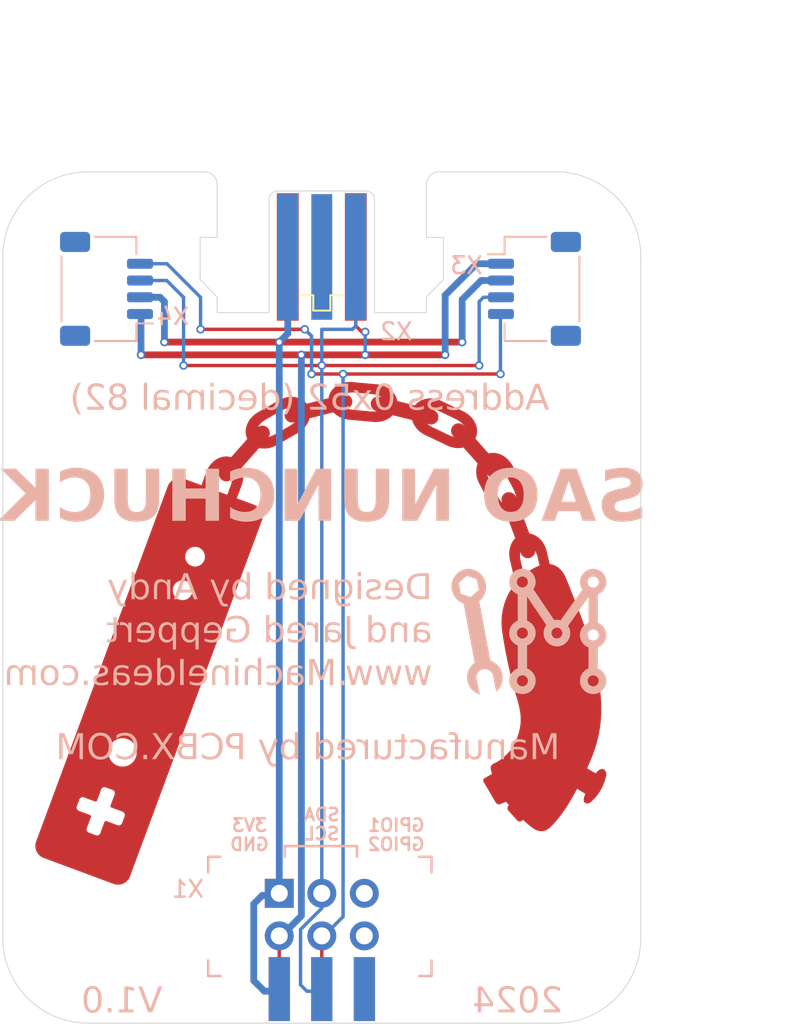
<source format=kicad_pcb>
(kicad_pcb (version 20240108) (generator "pcbnew") (generator_version "8.0")
  (title_block (title "SAO NUNCHUCK") (date "2024-09-17") (rev "1.0") (company "Machine Ideas, LLC") (comment 1 "Jared and Andy Geppert"))
  (layers (0 "F.Cu" signal) (31 "B.Cu" signal) (34 "B.Paste" user) (35 "F.Paste" user) (36 "B.SilkS" user "B.Silkscreen") (37 "F.SilkS" user "F.Silkscreen") (38 "B.Mask" user) (39 "F.Mask" user) (44 "Edge.Cuts" user))
  (net 0 "")
  (net 2 "GND")
  (net 3 "3V3")
  (net 4 "unconnected-(X1-GPIO1-Pad5)")
  (net 7 "/SCL")
  (net 12 "/SDA")
  (footprint "Andy_Footprint_Library:Badgelife-SAOv169-BADGE-2x3-Edge-Connect-no-front-text" (layer "F.Cu") (at 107.5182 158.5481)
    (property "Reference" "X1")
    (property "Value" "SAO_conn_SFH11-NBPC-D03-ST-BK")
  )
  (footprint "Andy_Footprint_Library:Nunchuk-male" (layer "F.Cu") (at 107.5182 114.2251)
    (property "Reference" "X2")
    (property "Value" "Nunchuck")
    (fp_line (start -7.2644 3.9116) (end -6.2484 3.9116) (stroke (width 0.05)) (layer "Edge.Cuts"))
    (fp_line (start -7.2644 6.4262) (end -7.2644 3.9116) (stroke (width 0.05)) (layer "Edge.Cuts"))
    (fp_line (start -6.2484 3.9116) (end -6.2484 0.762) (stroke (width 0.05)) (layer "Edge.Cuts"))
    (fp_line (start -6.2484 7.4676) (end -7.2644 6.4262) (stroke (width 0.05)) (layer "Edge.Cuts"))
    (fp_line (start -6.2484 8.4074) (end -6.2484 7.4676) (stroke (width 0.05)) (layer "Edge.Cuts"))
    (fp_line (start -3.1496 1.651) (end -3.1496 8.4074) (stroke (width 0.05)) (layer "Edge.Cuts"))
    (fp_line (start -3.1496 8.4074) (end -6.2484 8.4074) (stroke (width 0.05)) (layer "Edge.Cuts"))
    (fp_line (start 2.6416 1.143) (end -2.6416 1.143) (stroke (width 0.05)) (layer "Edge.Cuts"))
    (fp_line (start 3.1496 8.4074) (end 3.1496 1.651) (stroke (width 0.05)) (layer "Edge.Cuts"))
    (fp_line (start 6.2484 3.9116) (end 6.2484 0.762) (stroke (width 0.05)) (layer "Edge.Cuts"))
    (fp_line (start 6.2484 7.4676) (end 7.2644 6.4262) (stroke (width 0.05)) (layer "Edge.Cuts"))
    (fp_line (start 6.2484 8.4074) (end 3.1496 8.4074) (stroke (width 0.05)) (layer "Edge.Cuts"))
    (fp_line (start 6.2484 8.4074) (end 6.2484 7.4676) (stroke (width 0.05)) (layer "Edge.Cuts"))
    (fp_line (start 7.2644 3.9116) (end 6.2484 3.9116) (stroke (width 0.05)) (layer "Edge.Cuts"))
    (fp_line (start 7.2644 6.4262) (end 7.2644 3.9116) (stroke (width 0.05)) (layer "Edge.Cuts"))
    (fp_arc (start -7.0104 0) (mid -6.471585 0.223185) (end -6.2484 0.762) (stroke (width 0.05)) (layer "Edge.Cuts"))
    (fp_arc (start -3.1496 1.651) (mid -3.00081 1.29179) (end -2.6416 1.143) (stroke (width 0.05)) (layer "Edge.Cuts"))
    (fp_arc (start 2.6416 1.143) (mid 3.00081 1.29179) (end 3.1496 1.651) (stroke (width 0.05)) (layer "Edge.Cuts"))
    (fp_arc (start 6.2484 0.762) (mid 6.471585 0.223185) (end 7.0104 0) (stroke (width 0.05)) (layer "Edge.Cuts"))
  )
  (footprint "Andy_Footprint_Library:Machine_Ideas_logo" (layer "B.Cu") (at 119.4562 141.9111 180)
    (property "Reference" "L1" (hide yes))
    (property "Value" "~" (hide yes))
  )
  (footprint "Connector_JST:JST_SH_SM04B-SRSS-TB_1x04-1MP_P1.00mm_Horizontal" (layer "B.Cu") (at 120.2182 121.2101 -90)
    (property "Reference" "X3")
    (property "Value" "QWIIC")
  )
  (footprint "Andy_Footprint_Library:JST_SH_SM04B-SRSS-TB_1x04-1MP_P1.00mm_Horizontal_QWIIC" (layer "B.Cu") (at 94.6612 121.2101 90)
    (property "Reference" "X4")
    (property "Value" "QWIIC")
  )
  (gr_poly (pts (xy 99.073248 132.529992) (xy 99.109449 132.532877) (xy 99.14571 132.537592) (xy 99.181973 132.544163) (xy 99.218181 132.552617) (xy 99.254274 132.562981) (xy 99.290194 132.575282) (xy 103.458582 134.120715) (xy 103.493839 134.134803) (xy 103.527965 134.150473) (xy 103.560933 134.167666) (xy 103.592715 134.186323) (xy 103.623286 134.206386) (xy 103.652617 134.227797) (xy 103.680683 134.250497) (xy 103.707457 134.274428) (xy 103.732911 134.299531) (xy 103.757018 134.325747) (xy 103.779753 134.353019) (xy 103.801088 134.381287) (xy 103.820996 134.410493) (xy 103.83945 134.440579) (xy 103.856424 134.471486) (xy 103.871891 134.503156) (xy 103.885824 134.535531) (xy 103.898195 134.56855) (xy 103.908979 134.602158) (xy 103.918148 134.636294) (xy 103.925676 134.6709) (xy 103.931535 134.705918) (xy 103.935699 134.741289) (xy 103.938142 134.776956) (xy 103.938835 134.812858) (xy 103.937752 134.848939) (xy 103.934867 134.885139) (xy 103.930153 134.9214) (xy 103.923582 134.957663) (xy 103.915128 134.99387) (xy 103.904764 135.029962) (xy 103.892464 135.065882) (xy 96.038009 156.251097) (xy 96.02392 156.286355) (xy 96.00825 156.320482) (xy 95.991056 156.353451) (xy 95.972398 156.385236) (xy 95.952333 156.415809) (xy 95.930921 156.445144) (xy 95.90822 156.473214) (xy 95.884288 156.499991) (xy 95.859184 156.525449) (xy 95.832966 156.549562) (xy 95.805693 156.572302) (xy 95.777423 156.593642) (xy 95.748215 156.613555) (xy 95.718127 156.632015) (xy 95.687218 156.648995) (xy 95.655546 156.664467) (xy 95.62317 156.678405) (xy 95.590148 156.690782) (xy 95.556539 156.701572) (xy 95.522401 156.710746) (xy 95.487793 156.718279) (xy 95.452773 156.724143) (xy 95.4174 156.728312) (xy 95.381732 156.730759) (xy 95.345828 156.731456) (xy 95.309746 156.730377) (xy 95.273545 156.727495) (xy 95.237283 156.722783) (xy 95.201019 156.716214) (xy 95.16481 156.707762) (xy 95.128717 156.697399) (xy 95.092797 156.685099) (xy 90.924411 155.139662) (xy 90.889153 155.125573) (xy 90.855028 155.109902) (xy 90.822061 155.092708) (xy 90.790279 155.074048) (xy 90.759709 155.053982) (xy 90.730379 155.032568) (xy 90.702314 155.009864) (xy 90.675542 154.98593) (xy 90.650089 154.960823) (xy 90.625983 154.934602) (xy 90.60325 154.907326) (xy 90.581917 154.879053) (xy 90.562011 154.849842) (xy 90.543558 154.81975) (xy 90.526586 154.788838) (xy 90.511122 154.757163) (xy 90.497191 154.724783) (xy 90.484821 154.691758) (xy 90.47404 154.658146) (xy 90.464873 154.624005) (xy 90.457347 154.589393) (xy 90.451489 154.55437) (xy 90.447327 154.518994) (xy 90.444887 154.483324) (xy 90.444195 154.447417) (xy 90.445279 154.411333) (xy 90.448166 154.37513) (xy 90.452882 154.338866) (xy 90.459453 154.3026) (xy 90.467908 154.266391) (xy 90.478273 154.230297) (xy 90.490574 154.194376) (xy 91.247104 152.153846) (xy 92.845215 152.153846) (xy 92.845332 152.16998) (xy 92.846506 152.185974) (xy 92.848714 152.201782) (xy 92.851937 152.217355) (xy 92.856151 152.232646) (xy 92.861335 152.247607) (xy 92.867467 152.26219) (xy 92.874526 152.276348) (xy 92.88249 152.290034) (xy 92.891336 152.303198) (xy 92.901044 152.315795) (xy 92.911591 152.327776) (xy 92.922955 152.339093) (xy 92.935116 152.349698) (xy 92.941488 152.354719) (xy 92.948051 152.359545) (xy 92.953805 152.36342) (xy 92.960105 152.367257) (xy 92.966882 152.371049) (xy 92.974064 152.374786) (xy 92.981581 152.378459) (xy 92.989362 152.382061) (xy 93.005436 152.389015) (xy 93.02172 152.395581) (xy 93.037649 152.401689) (xy 93.066185 152.41226) (xy 93.662585 152.633375) (xy 93.665573 152.634568) (xy 93.668486 152.635902) (xy 93.671318 152.637372) (xy 93.674068 152.638975) (xy 93.676729 152.640707) (xy 93.679298 152.642563) (xy 93.68177 152.64454) (xy 93.684141 152.646635) (xy 93.686408 152.648842) (xy 93.688566 152.651159) (xy 93.69061 152.653581) (xy 93.692537 152.656105) (xy 93.694342 152.658726) (xy 93.696021 152.661441) (xy 93.697569 152.664245) (xy 93.698984 152.667135) (xy 93.700253 152.670092) (xy 93.70137 152.673095) (xy 93.702334 152.676137) (xy 93.703145 152.679214) (xy 93.703803 152.68232) (xy 93.704306 152.685449) (xy 93.704657 152.688595) (xy 93.704853 152.691753) (xy 93.704895 152.694916) (xy 93.704782 152.69808) (xy 93.704515 152.701237) (xy 93.704093 152.704384) (xy 93.703516 152.707513) (xy 93.702784 152.71062) (xy 93.701896 152.713698) (xy 93.700852 152.716742) (xy 93.479693 153.313257) (xy 93.469124 153.341772) (xy 93.463387 153.357817) (xy 93.457766 153.374426) (xy 93.452574 153.391128) (xy 93.448124 153.407452) (xy 93.446275 153.415325) (xy 93.444729 153.422927) (xy 93.443525 153.430199) (xy 93.442702 153.437083) (xy 93.442085 153.445204) (xy 93.44174 153.453308) (xy 93.441856 153.469442) (xy 93.44303 153.485437) (xy 93.445239 153.501244) (xy 93.448461 153.516817) (xy 93.452675 153.532108) (xy 93.45786 153.547068) (xy 93.463992 153.561651) (xy 93.471051 153.575809) (xy 93.479015 153.589494) (xy 93.487861 153.602659) (xy 93.497569 153.615255) (xy 93.508117 153.627236) (xy 93.519482 153.638553) (xy 93.531643 153.649159) (xy 93.538015 153.65418) (xy 93.544578 153.659006) (xy 93.550331 153.662881) (xy 93.556631 153.666718) (xy 93.563407 153.670509) (xy 93.570589 153.674245) (xy 93.578106 153.677919) (xy 93.585887 153.681521) (xy 93.601961 153.688475) (xy 93.618245 153.695041) (xy 93.634174 153.70115) (xy 93.66271 153.711722) (xy 93.947309 153.817236) (xy 93.975825 153.827805) (xy 93.99187 153.833542) (xy 94.008479 153.839162) (xy 94.02518 153.844354) (xy 94.041504 153.848804) (xy 94.049377 153.850653) (xy 94.05698 153.852199) (xy 94.064252 153.853404) (xy 94.071135 153.854227) (xy 94.079257 153.854848) (xy 94.087362 153.855195) (xy 94.103497 153.855082) (xy 94.119492 153.853911) (xy 94.1353 153.851703) (xy 94.150872 153.84848) (xy 94.166162 153.844264) (xy 94.181123 153.839078) (xy 94.195705 153.832943) (xy 94.209862 153.825881) (xy 94.223546 153.817915) (xy 94.23671 153.809066) (xy 94.249306 153.799356) (xy 94.261286 153.788808) (xy 94.272603 153.777443) (xy 94.283209 153.765284) (xy 94.28823 153.758913) (xy 94.293056 153.752352) (xy 94.296921 153.746597) (xy 94.300753 153.7403) (xy 94.304542 153.73353) (xy 94.30828 153.726357) (xy 94.315566 153.711085) (xy 94.322538 153.695043) (xy 94.329124 153.678792) (xy 94.335252 153.662892) (xy 94.345845 153.634386) (xy 94.567004 153.037871) (xy 94.568197 153.034882) (xy 94.569531 153.031969) (xy 94.571001 153.029136) (xy 94.572603 153.026386) (xy 94.574335 153.023725) (xy 94.576191 153.021156) (xy 94.578168 153.018684) (xy 94.580262 153.016312) (xy 94.58247 153.014045) (xy 94.584786 153.011888) (xy 94.587208 153.009843) (xy 94.589731 153.007917) (xy 94.592352 153.006112) (xy 94.595066 153.004433) (xy 94.59787 153.002885) (xy 94.60076 153.001471) (xy 94.603716 153.000201) (xy 94.606718 152.999084) (xy 94.609761 152.99812) (xy 94.612838 152.997309) (xy 94.615944 152.996651) (xy 94.619074 152.996147) (xy 94.62222 152.995797) (xy 94.625378 152.995601) (xy 94.628542 152.995559) (xy 94.631706 152.995671) (xy 94.634865 152.995939) (xy 94.638011 152.996361) (xy 94.641141 152.996938) (xy 94.644248 152.99767) (xy 94.647326 152.998558) (xy 94.650369 152.999602) (xy 95.246769 153.220717) (xy 95.275285 153.231284) (xy 95.29133 153.237021) (xy 95.307938 153.242641) (xy 95.32464 153.247833) (xy 95.340963 153.252284) (xy 95.348836 153.254133) (xy 95.356438 153.255679) (xy 95.36371 153.256884) (xy 95.370593 153.257708) (xy 95.378716 153.258328) (xy 95.386821 153.258675) (xy 95.402956 153.258562) (xy 95.418952 153.25739) (xy 95.43476 153.255181) (xy 95.450333 153.251958) (xy 95.465624 153.247742) (xy 95.480584 153.242555) (xy 95.495166 153.23642) (xy 95.509323 153.229359) (xy 95.523008 153.221393) (xy 95.536171 153.212544) (xy 95.548767 153.202835) (xy 95.560746 153.192287) (xy 95.572063 153.180923) (xy 95.582669 153.168764) (xy 95.58769 153.162393) (xy 95.592516 153.155833) (xy 95.596381 153.150078) (xy 95.600213 153.14378) (xy 95.604002 153.13701) (xy 95.60774 153.129838) (xy 95.615026 153.114565) (xy 95.621998 153.098522) (xy 95.628585 153.08227) (xy 95.634713 153.066369) (xy 95.645306 153.037859) (xy 95.750866 152.753145) (xy 95.761417 152.724621) (xy 95.767135 152.708568) (xy 95.772735 152.691951) (xy 95.777906 152.675241) (xy 95.782337 152.658911) (xy 95.784179 152.651035) (xy 95.785719 152.643431) (xy 95.786919 152.636158) (xy 95.787741 152.629275) (xy 95.788358 152.621154) (xy 95.788703 152.61305) (xy 95.788586 152.596916) (xy 95.787412 152.580922) (xy 95.785203 152.565115) (xy 95.781981 152.549542) (xy 95.777766 152.534251) (xy 95.772582 152.51929) (xy 95.76645 152.504707) (xy 95.759391 152.490549) (xy 95.751427 152.476864) (xy 95.742581 152.463699) (xy 95.732873 152.451102) (xy 95.722326 152.439122) (xy 95.710961 152.427804) (xy 95.6988 152.417198) (xy 95.692427 152.412177) (xy 95.685864 152.407351) (xy 95.680113 152.403476) (xy 95.673817 152.39964) (xy 95.667046 152.395851) (xy 95.659872 152.392117) (xy 95.652364 152.388447) (xy 95.644593 152.384849) (xy 95.628542 152.377903) (xy 95.61228 152.371346) (xy 95.596369 152.365245) (xy 95.567852 152.354681) (xy 94.971453 152.133566) (xy 94.968465 152.132373) (xy 94.965553 152.13104) (xy 94.96272 152.129569) (xy 94.95997 152.127967) (xy 94.957309 152.126235) (xy 94.95474 152.124379) (xy 94.952268 152.122401) (xy 94.949896 152.120307) (xy 94.94763 152.118099) (xy 94.945472 152.115782) (xy 94.943428 152.11336) (xy 94.941501 152.110837) (xy 94.939696 152.108215) (xy 94.938017 152.105501) (xy 94.936468 152.102696) (xy 94.935054 152.099806) (xy 94.933784 152.09685) (xy 94.932668 152.093848) (xy 94.931704 152.090806) (xy 94.930893 152.087729) (xy 94.930235 152.084623) (xy 94.929731 152.081494) (xy 94.929381 152.078348) (xy 94.929185 152.07519) (xy 94.929143 152.072027) (xy 94.929255 152.068863) (xy 94.929522 152.065705) (xy 94.929944 152.062558) (xy 94.930521 152.059429) (xy 94.931253 152.056322) (xy 94.932141 152.053244) (xy 94.933185 152.0502) (xy 95.154344 151.453684) (xy 95.164895 151.42516) (xy 95.170613 151.409107) (xy 95.176213 151.392489) (xy 95.181384 151.375778) (xy 95.185816 151.359447) (xy 95.187657 151.351571) (xy 95.189197 151.343966) (xy 95.190398 151.336693) (xy 95.191219 151.329809) (xy 95.191836 151.321689) (xy 95.192181 151.313585) (xy 95.192064 151.297452) (xy 95.190891 151.281458) (xy 95.188682 151.265651) (xy 95.18546 151.250078) (xy 95.181246 151.234788) (xy 95.176062 151.219827) (xy 95.169929 151.205244) (xy 95.162871 151.191086) (xy 95.154907 151.177401) (xy 95.146061 151.164236) (xy 95.136353 151.151639) (xy 95.125806 151.139659) (xy 95.114441 151.128342) (xy 95.10228 151.117736) (xy 95.095907 151.112715) (xy 95.089344 151.107889) (xy 95.083592 151.104016) (xy 95.077296 151.10018) (xy 95.070526 151.096392) (xy 95.063351 151.092658) (xy 95.055844 151.088988) (xy 95.048072 151.085391) (xy 95.032021 151.078445) (xy 95.015759 151.071888) (xy 94.999849 151.065786) (xy 94.971332 151.05522) (xy 94.686732 150.949705) (xy 94.658198 150.93913) (xy 94.642134 150.933386) (xy 94.625503 150.927757) (xy 94.60878 150.922556) (xy 94.592437 150.918098) (xy 94.584556 150.916246) (xy 94.576948 150.914698) (xy 94.569672 150.913492) (xy 94.562787 150.912668) (xy 94.554665 150.912048) (xy 94.54656 150.911701) (xy 94.530425 150.911815) (xy 94.514429 150.912987) (xy 94.498621 150.915195) (xy 94.483048 150.918418) (xy 94.467758 150.922634) (xy 94.452798 150.927821) (xy 94.438215 150.933955) (xy 94.424058 150.941017) (xy 94.410374 150.948983) (xy 94.39721 150.957831) (xy 94.384614 150.96754) (xy 94.372634 150.978087) (xy 94.361317 150.989451) (xy 94.350712 151.001609) (xy 94.34569 151.007979) (xy 94.340864 151.01454) (xy 94.337001 151.020296) (xy 94.333173 151.026596) (xy 94.32939 151.033368) (xy 94.325659 151.040544) (xy 94.318392 151.055825) (xy 94.311441 151.071875) (xy 94.304876 151.088135) (xy 94.298767 151.104043) (xy 94.288192 151.132555) (xy 94.067033 151.729071) (xy 94.06584 151.732059) (xy 94.064507 151.734973) (xy 94.063037 151.737806) (xy 94.061434 151.740556) (xy 94.059703 151.743217) (xy 94.057847 151.745786) (xy 94.05587 151.748259) (xy 94.053775 151.750631) (xy 94.051568 151.752898) (xy 94.049252 151.755056) (xy 94.04683 151.7571) (xy 94.044307 151.759026) (xy 94.041686 151.760831) (xy 94.038972 151.762509) (xy 94.036168 151.764057) (xy 94.033278 151.765471) (xy 94.030322 151.766741) (xy 94.02732 151.767858) (xy 94.024277 151.768822) (xy 94.021199 151.769633) (xy 94.018093 151.77029) (xy 94.014964 151.770794) (xy 94.011817 151.771144) (xy 94.008659 151.771341) (xy 94.005495 151.771383) (xy 94.002331 151.77127) (xy 93.999173 151.771003) (xy 93.996026 151.770581) (xy 93.992896 151.770004) (xy 93.98979 151.769271) (xy 93.986712 151.768384) (xy 93.983668 151.76734) (xy 93.387268 151.546225) (xy 93.358734 151.53565) (xy 93.342669 151.529906) (xy 93.326039 151.524277) (xy 93.309315 151.519077) (xy 93.292972 151.514619) (xy 93.285091 151.512767) (xy 93.277483 151.511218) (xy 93.270207 151.510012) (xy 93.263323 151.509188) (xy 93.2552 151.508568) (xy 93.247096 151.508221) (xy 93.230961 151.508334) (xy 93.214966 151.509506) (xy 93.199158 151.511715) (xy 93.183585 151.514938) (xy 93.168295 151.519154) (xy 93.153335 151.52434) (xy 93.138752 151.530475) (xy 93.124595 151.537537) (xy 93.110911 151.545503) (xy 93.097747 151.554352) (xy 93.085151 151.564061) (xy 93.073171 151.574609) (xy 93.061855 151.585973) (xy 93.051249 151.598132) (xy 93.046227 151.604502) (xy 93.041402 151.611063) (xy 93.037538 151.61682) (xy 93.03371 151.62312) (xy 93.029927 151.629892) (xy 93.026197 151.637068) (xy 93.018929 151.652348) (xy 93.011979 151.668397) (xy 93.005414 151.684656) (xy 92.999304 151.700563) (xy 92.988729 151.729079) (xy 92.883169 152.013792) (xy 92.872599 152.042311) (xy 92.866862 152.058357) (xy 92.861241 152.074967) (xy 92.856048 152.091669) (xy 92.851598 152.107993) (xy 92.849749 152.115866) (xy 92.848203 152.123467) (xy 92.846999 152.130739) (xy 92.846177 152.137621) (xy 92.84556 152.145742) (xy 92.845215 152.153846) (xy 91.247104 152.153846) (xy 92.468095 148.860561) (xy 94.742192 148.860561) (xy 94.742763 148.903355) (xy 94.745419 148.94607) (xy 94.750158 148.988629) (xy 94.756977 149.030954) (xy 94.765872 149.072966) (xy 94.776841 149.114589) (xy 94.789881 149.155745) (xy 94.804989 149.196355) (xy 94.822163 149.236342) (xy 94.841295 149.275429) (xy 94.862246 149.313356) (xy 94.884959 149.35007) (xy 94.909377 149.385518) (xy 94.935442 149.419648) (xy 94.963098 149.452406) (xy 94.992287 149.48374) (xy 95.022953 149.513596) (xy 95.055039 149.541922) (xy 95.088487 149.568665) (xy 95.12324 149.593772) (xy 95.159242 149.61719) (xy 95.196435 149.638866) (xy 95.234763 149.658748) (xy 95.274168 149.676782) (xy 95.314593 149.692915) (xy 95.357319 149.707534) (xy 95.40027 149.719841) (xy 95.443375 149.729868) (xy 95.486564 149.737649) (xy 95.529765 149.743215) (xy 95.572908 149.746599) (xy 95.615921 149.747834) (xy 95.658735 149.746952) (xy 95.701278 149.743985) (xy 95.743479 149.738967) (xy 95.785267 149.73193) (xy 95.826572 149.722906) (xy 95.867323 149.711928) (xy 95.907449 149.699028) (xy 95.946879 149.684239) (xy 95.985542 149.667593) (xy 96.023367 149.649123) (xy 96.060285 149.628862) (xy 96.096223 149.606842) (xy 96.131111 149.583095) (xy 96.164878 149.557654) (xy 96.197453 149.530552) (xy 96.228766 149.501821) (xy 96.258745 149.471493) (xy 96.287321 149.439602) (xy 96.314421 149.406179) (xy 96.339975 149.371258) (xy 96.363912 149.33487) (xy 96.386162 149.297048) (xy 96.406653 149.257826) (xy 96.425316 149.217234) (xy 96.442078 149.175307) (xy 96.456194 149.134142) (xy 96.468205 149.092511) (xy 96.478113 149.050492) (xy 96.48592 149.008162) (xy 96.49163 148.965599) (xy 96.495246 148.922881) (xy 96.49677 148.880085) (xy 96.496206 148.837291) (xy 96.493556 148.794574) (xy 96.488824 148.752014) (xy 96.482012 148.709688) (xy 96.473123 148.667673) (xy 96.46216 148.626048) (xy 96.449126 148.584891) (xy 96.434024 148.544279) (xy 96.416857 148.50429) (xy 96.39773 148.4652) (xy 96.376784 148.427271) (xy 96.354076 148.390554) (xy 96.329664 148.355102) (xy 96.303604 148.320969) (xy 96.275953 148.288207) (xy 96.24677 148.25687) (xy 96.21611 148.22701) (xy 96.18403 148.19868) (xy 96.150589 148.171933) (xy 96.115842 148.146823) (xy 96.079847 148.123401) (xy 96.042662 148.101721) (xy 96.004342 148.081836) (xy 95.964946 148.063799) (xy 95.924566 148.047678) (xy 95.883445 148.033571) (xy 95.841811 148.021556) (xy 95.799788 148.011643) (xy 95.757455 148.003832) (xy 95.714888 147.998118) (xy 95.672167 147.994498) (xy 95.629368 147.992971) (xy 95.58657 147.993532) (xy 95.54385 147.99618) (xy 95.501286 148.000911) (xy 95.458956 148.007722) (xy 95.416937 148.01661) (xy 95.375309 148.027573) (xy 95.334147 148.040607) (xy 95.29353 148.05571) (xy 95.253537 148.072878) (xy 95.214443 148.092006) (xy 95.176509 148.112953) (xy 95.139787 148.135662) (xy 95.104331 148.160077) (xy 95.070194 148.18614) (xy 95.037428 148.213794) (xy 95.006087 148.242983) (xy 94.976223 148.273649) (xy 94.947889 148.305736) (xy 94.921138 148.339187) (xy 94.896023 148.373944) (xy 94.872597 148.40995) (xy 94.850913 148.447149) (xy 94.831023 148.485484) (xy 94.812981 148.524898) (xy 94.796839 148.565333) (xy 94.782729 148.6065) (xy 94.770725 148.648133) (xy 94.760824 148.690153) (xy 94.753023 148.732484) (xy 94.747319 148.775048) (xy 94.74371 148.817766) (xy 94.742192 148.860561) (xy 92.468095 148.860561) (xy 96.052211 139.193402) (xy 98.586163 139.193402) (xy 98.586785 139.223659) (xy 98.588879 139.253725) (xy 98.592424 139.28355) (xy 98.597396 139.313083) (xy 98.603772 139.342275) (xy 98.611529 139.371075) (xy 98.620645 139.399434) (xy 98.631096 139.4273) (xy 98.642859 139.454625) (xy 98.655911 139.481358) (xy 98.67023 139.50745) (xy 98.685792 139.532849) (xy 98.702575 139.557506) (xy 98.720555 139.581371) (xy 98.739709 139.604394) (xy 98.760015 139.626525) (xy 98.781449 139.647713) (xy 98.803988 139.667909) (xy 98.82761 139.687062) (xy 98.852292 139.705123) (xy 98.87801 139.722042) (xy 98.904741 139.737768) (xy 98.932463 139.752251) (xy 98.961152 139.765441) (xy 98.990787 139.777289) (xy 99.020981 139.787623) (xy 99.051335 139.796323) (xy 99.081798 139.803412) (xy 99.11232 139.808913) (xy 99.142851 139.812848) (xy 99.173341 139.815242) (xy 99.20374 139.816117) (xy 99.233997 139.815495) (xy 99.264063 139.813401) (xy 99.293888 139.809856) (xy 99.323421 139.804884) (xy 99.352613 139.798508) (xy 99.381413 139.79075) (xy 99.409771 139.781635) (xy 99.437638 139.771184) (xy 99.464963 139.759421) (xy 99.491696 139.746368) (xy 99.517787 139.732049) (xy 99.543186 139.716487) (xy 99.567843 139.699705) (xy 99.591708 139.681725) (xy 99.614731 139.662571) (xy 99.636861 139.642265) (xy 99.658049 139.620831) (xy 99.678245 139.598292) (xy 99.697398 139.57467) (xy 99.715459 139.549988) (xy 99.732378 139.52427) (xy 99.748103 139.497539) (xy 99.762586 139.469817) (xy 99.775776 139.441128) (xy 99.787623 139.411494) (xy 99.797957 139.381299) (xy 99.806658 139.350945) (xy 99.813747 139.320482) (xy 99.819248 139.289961) (xy 99.823183 139.25943) (xy 99.825577 139.22894) (xy 99.826452 139.198542) (xy 99.82583 139.168284) (xy 99.823736 139.138219) (xy 99.820191 139.108394) (xy 99.815219 139.078861) (xy 99.808843 139.049669) (xy 99.801085 139.020869) (xy 99.79197 138.992511) (xy 99.781519 138.964644) (xy 99.769756 138.93732) (xy 99.756703 138.910586) (xy 99.742384 138.884495) (xy 99.726822 138.859096) (xy 99.71004 138.834439) (xy 99.69206 138.810574) (xy 99.672906 138.787551) (xy 99.652601 138.765421) (xy 99.631167 138.744232) (xy 99.608627 138.724036) (xy 99.585006 138.704883) (xy 99.560324 138.686822) (xy 99.534607 138.669903) (xy 99.507876 138.654178) (xy 99.480154 138.639695) (xy 99.451465 138.626504) (xy 99.421831 138.614657) (xy 99.421826 138.614657) (xy 99.391632 138.604323) (xy 99.361278 138.595623) (xy 99.330815 138.588534) (xy 99.300293 138.583033) (xy 99.269762 138.579097) (xy 99.239272 138.576703) (xy 99.208874 138.575829) (xy 99.178616 138.57645) (xy 99.14855 138.578545) (xy 99.118726 138.58209) (xy 99.089193 138.587062) (xy 99.060001 138.593438) (xy 99.031201 138.601196) (xy 99.002843 138.610312) (xy 98.974976 138.620762) (xy 98.947651 138.632526) (xy 98.920918 138.645578) (xy 98.894827 138.659897) (xy 98.869428 138.675459) (xy 98.844771 138.692241) (xy 98.820907 138.710221) (xy 98.797884 138.729375) (xy 98.775754 138.74968) (xy 98.754566 138.771114) (xy 98.73437 138.793653) (xy 98.715217 138.817275) (xy 98.697156 138.841956) (xy 98.680238 138.867673) (xy 98.664513 138.894404) (xy 98.65003 138.922126) (xy 98.63684 138.950815) (xy 98.624993 138.980448) (xy 98.614659 139.010643) (xy 98.605959 139.040997) (xy 98.598869 139.07146) (xy 98.593368 139.101982) (xy 98.589432 139.132513) (xy 98.587038 139.163003) (xy 98.586163 139.193402) (xy 96.052211 139.193402) (xy 96.79571 137.188019) (xy 99.329663 137.188019) (xy 99.330284 137.218277) (xy 99.332378 137.248343) (xy 99.335923 137.278168) (xy 99.340895 137.307701) (xy 99.347271 137.336892) (xy 99.355028 137.365693) (xy 99.364144 137.394051) (xy 99.374595 137.421918) (xy 99.386358 137.449243) (xy 99.399411 137.475976) (xy 99.413729 137.502067) (xy 99.429291 137.527466) (xy 99.446074 137.552124) (xy 99.464054 137.575989) (xy 99.483208 137.599011) (xy 99.503514 137.621142) (xy 99.524948 137.64233) (xy 99.547487 137.662526) (xy 99.571109 137.68168) (xy 99.59579 137.699741) (xy 99.621508 137.716659) (xy 99.64824 137.732385) (xy 99.675962 137.746868) (xy 99.704651 137.760059) (xy 99.734285 137.771906) (xy 99.76448 137.78224) (xy 99.794834 137.79094) (xy 99.825297 137.798029) (xy 99.855819 137.80353) (xy 99.88635 137.807466) (xy 99.91684 137.80986) (xy 99.947239 137.810734) (xy 99.977496 137.810113) (xy 100.007562 137.808018) (xy 100.037387 137.804473) (xy 100.06692 137.799502) (xy 100.096112 137.793125) (xy 100.124912 137.785368) (xy 100.15327 137.776252) (xy 100.181137 137.765802) (xy 100.208462 137.754039) (xy 100.235195 137.740986) (xy 100.261286 137.726668) (xy 100.286685 137.711106) (xy 100.311342 137.694323) (xy 100.335207 137.676344) (xy 100.35823 137.657189) (xy 100.38036 137.636884) (xy 100.401548 137.61545) (xy 100.421744 137.592911) (xy 100.440897 137.569289) (xy 100.458958 137.544608) (xy 100.475876 137.51889) (xy 100.491601 137.492159) (xy 100.506084 137.464438) (xy 100.519274 137.435749) (xy 100.531121 137.406115) (xy 100.541455 137.37592) (xy 100.550155 137.345566) (xy 100.557244 137.315104) (xy 100.562745 137.284582) (xy 100.566681 137.254051) (xy 100.569075 137.223561) (xy 100.56995 137.193163) (xy 100.569328 137.162906) (xy 100.567234 137.13284) (xy 100.563689 137.103015) (xy 100.558717 137.073482) (xy 100.552341 137.04429) (xy 100.544583 137.01549) (xy 100.535468 136.987132) (xy 100.525017 136.959265) (xy 100.513254 136.93194) (xy 100.500201 136.905207) (xy 100.485883 136.879116) (xy 100.470321 136.853717) (xy 100.453538 136.829059) (xy 100.435559 136.805194) (xy 100.416405 136.782171) (xy 100.396099 136.760041) (xy 100.374665 136.738852) (xy 100.352126 136.718656) (xy 100.328505 136.699502) (xy 100.303823 136.681441) (xy 100.278106 136.664522) (xy 100.251375 136.648796) (xy 100.223653 136.634313) (xy 100.194964 136.621122) (xy 100.165331 136.609274) (xy 100.165324 136.609278) (xy 100.135129 136.598944) (xy 100.104776 136.590244) (xy 100.074313 136.583155) (xy 100.043791 136.577654) (xy 100.01326 136.573718) (xy 99.98277 136.571325) (xy 99.952371 136.57045) (xy 99.922114 136.571072) (xy 99.892048 136.573166) (xy 99.862224 136.576711) (xy 99.83269 136.581683) (xy 99.803499 136.588059) (xy 99.774699 136.595817) (xy 99.746341 136.604933) (xy 99.718474 136.615383) (xy 99.691149 136.627146) (xy 99.664416 136.640199) (xy 99.638325 136.654517) (xy 99.612926 136.670079) (xy 99.58827 136.686862) (xy 99.564405 136.704841) (xy 99.541382 136.723995) (xy 99.519252 136.7443) (xy 99.498064 136.765734) (xy 99.477868 136.788273) (xy 99.458715 136.811894) (xy 99.440655 136.836575) (xy 99.423737 136.862292) (xy 99.408011 136.889023) (xy 99.393529 136.916744) (xy 99.380339 136.945432) (xy 99.368492 136.975065) (xy 99.358158 137.00526) (xy 99.349458 137.035614) (xy 99.342368 137.066078) (xy 99.336867 137.0966) (xy 99.332931 137.127131) (xy 99.330537 137.157621) (xy 99.329663 137.188019) (xy 96.79571 137.188019) (xy 98.345027 133.009166) (xy 98.359116 132.973908) (xy 98.374785 132.939783) (xy 98.391978 132.906815) (xy 98.410635 132.875033) (xy 98.430698 132.844462) (xy 98.452109 132.81513) (xy 98.474809 132.787064) (xy 98.498739 132.760291) (xy 98.523842 132.734837) (xy 98.550058 132.710729) (xy 98.577329 132.687994) (xy 98.605597 132.666659) (xy 98.634803 132.64675) (xy 98.664889 132.628296) (xy 98.695796 132.611322) (xy 98.727466 132.595855) (xy 98.75984 132.581922) (xy 98.792859 132.56955) (xy 98.826467 132.558766) (xy 98.860603 132.549596) (xy 98.895209 132.542069) (xy 98.930227 132.536209) (xy 98.965598 132.532045) (xy 99.001265 132.529603) (xy 99.037168 132.528909)) (stroke (width 0.064861) (color 21 0 254 1)) (fill solid) (layer "F.Cu"))
  (gr_poly (pts (xy 105.769615 127.67224) (xy 105.829269 127.675992) (xy 105.888159 127.682407) (xy 105.946179 127.691466) (xy 106.003224 127.703151) (xy 106.05919 127.717442) (xy 106.113972 127.734321) (xy 106.167463 127.753769) (xy 106.219559 127.775766) (xy 106.270156 127.800295) (xy 106.319147 127.827335) (xy 106.366428 127.856868) (xy 106.411894 127.888875) (xy 106.455439 127.923337) (xy 106.496959 127.960235) (xy 106.536348 127.999551) (xy 106.573502 128.041265) (xy 106.608314 128.085358) (xy 106.640681 128.131811) (xy 106.670496 128.180606) (xy 106.697332 128.231101) (xy 106.720854 128.2826) (xy 106.741099 128.335005) (xy 106.758105 128.388214) (xy 106.771909 128.442127) (xy 106.782548 128.496645) (xy 106.790059 128.551667) (xy 106.79448 128.607093) (xy 106.795847 128.662823) (xy 106.794198 128.718757) (xy 106.789569 128.774794) (xy 106.781999 128.830836) (xy 106.771524 128.886781) (xy 106.758181 128.942529) (xy 106.742008 128.99798) (xy 106.723042 129.053035) (xy 106.70132 129.107593) (xy 106.676879 129.161553) (xy 106.649756 129.214817) (xy 106.619989 129.267283) (xy 106.587614 129.318852) (xy 106.552669 129.369423) (xy 106.515191 129.418896) (xy 106.475218 129.467172) (xy 106.432785 129.514149) (xy 106.387932 129.559729) (xy 106.340694 129.603811) (xy 106.291109 129.646294) (xy 106.239213 129.687079) (xy 106.185046 129.726065) (xy 106.128642 129.763153) (xy 106.070041 129.798242) (xy 104.814361 130.514689) (xy 104.754336 130.547285) (xy 104.693708 130.576971) (xy 104.632584 130.603766) (xy 104.571068 130.62769) (xy 104.509266 130.648761) (xy 104.447281 130.666998) (xy 104.385221 130.68242) (xy 104.323188 130.695046) (xy 104.26129 130.704896) (xy 104.19963 130.711987) (xy 104.138314 130.716339) (xy 104.077447 130.717971) (xy 104.017134 130.716901) (xy 103.95748 130.71315) (xy 103.898591 130.706734) (xy 103.840571 130.697675) (xy 103.783525 130.68599) (xy 103.727559 130.671698) (xy 103.672778 130.654819) (xy 103.619286 130.635371) (xy 103.56719 130.613373) (xy 103.516593 130.588845) (xy 103.467602 130.561805) (xy 103.420321 130.532272) (xy 103.374855 130.500264) (xy 103.33131 130.465802) (xy 103.28979 130.428904) (xy 103.2504 130.389588) (xy 103.213247 130.347874) (xy 103.178434 130.303781) (xy 103.146068 130.257328) (xy 103.116252 130.208533) (xy 103.089416 130.158039) (xy 103.065894 130.106539) (xy 103.045648 130.054135) (xy 103.028642 130.000926) (xy 103.014838 129.947013) (xy 103.004199 129.892495) (xy 102.996688 129.837474) (xy 102.992267 129.782048) (xy 102.991379 129.745841) (xy 103.603441 129.745841) (xy 103.605297 129.774259) (xy 103.609263 129.802059) (xy 103.615371 129.829183) (xy 103.623656 129.855573) (xy 103.634149 129.881172) (xy 103.646886 129.905923) (xy 103.661713 129.929481) (xy 103.678411 129.951539) (xy 103.696914 129.972098) (xy 103.717156 129.991157) (xy 103.73907 130.008716) (xy 103.76259 130.024773) (xy 103.787649 130.039329) (xy 103.814181 130.052384) (xy 103.84212 130.063935) (xy 103.871398 130.073984) (xy 103.93371 130.089572) (xy 104.000584 130.099143) (xy 104.07149 130.102692) (xy 104.145895 130.100218) (xy 104.22327 130.091715) (xy 104.303081 130.077179) (xy 104.384798 130.056609) (xy 104.46789 130.029998) (xy 104.551824 129.997344) (xy 104.63607 129.958643) (xy 104.720096 129.913892) (xy 105.600787 129.411397) (xy 105.642047 129.387051) (xy 105.682067 129.361831) (xy 105.720813 129.335793) (xy 105.758252 129.308995) (xy 105.794351 129.281495) (xy 105.829075 129.25335) (xy 105.862393 129.224617) (xy 105.894269 129.195354) (xy 105.924671 129.165619) (xy 105.953565 129.135468) (xy 105.980918 129.10496) (xy 106.006696 129.074151) (xy 106.030867 129.043099) (xy 106.053395 129.011862) (xy 106.074249 128.980497) (xy 106.093395 128.949062) (xy 106.110798 128.917613) (xy 106.126427 128.886209) (xy 106.140247 128.854907) (xy 106.152224 128.823763) (xy 106.162326 128.792837) (xy 106.170519 128.762185) (xy 106.17677 128.731864) (xy 106.181044 128.701933) (xy 106.18331 128.672448) (xy 106.183532 128.643467) (xy 106.181679 128.615047) (xy 106.177716 128.587246) (xy 106.171609 128.560122) (xy 106.163326 128.533731) (xy 106.152834 128.508131) (xy 106.140098 128.48338) (xy 106.12527 128.459822) (xy 106.108571 128.437764) (xy 106.090066 128.417205) (xy 106.069822 128.398147) (xy 106.047905 128.380589) (xy 106.024382 128.364533) (xy 105.99932 128.349979) (xy 105.972784 128.336926) (xy 105.944841 128.325376) (xy 105.915558 128.31533) (xy 105.853237 128.299747) (xy 105.786353 128.290181) (xy 105.715437 128.286637) (xy 105.641021 128.289117) (xy 105.563637 128.297626) (xy 105.483816 128.312166) (xy 105.402091 128.332741) (xy 105.318992 128.359356) (xy 105.235053 128.392012) (xy 105.150804 128.430715) (xy 105.066777 128.475467) (xy 104.186086 128.97796) (xy 104.186086 128.977961) (xy 104.186086 128.977962) (xy 104.186086 128.977963) (xy 104.144826 129.002309) (xy 104.104807 129.027529) (xy 104.066062 129.053566) (xy 104.028625 129.080362) (xy 103.992528 129.107861) (xy 103.957807 129.136004) (xy 103.924493 129.164735) (xy 103.89262 129.193996) (xy 103.862223 129.22373) (xy 103.833333 129.253878) (xy 103.805984 129.284384) (xy 103.780211 129.31519) (xy 103.756045 129.346239) (xy 103.733522 129.377474) (xy 103.712673 129.408836) (xy 103.693533 129.440269) (xy 103.676134 129.471715) (xy 103.660511 129.503116) (xy 103.646696 129.534416) (xy 103.634724 129.565557) (xy 103.624627 129.596481) (xy 103.616438 129.627131) (xy 103.610192 129.657449) (xy 103.605921 129.687378) (xy 103.60366 129.716862) (xy 103.603441 129.745841) (xy 102.991379 129.745841) (xy 102.9909 129.726318) (xy 102.992549 129.670384) (xy 102.997177 129.614346) (xy 103.004748 129.558305) (xy 103.015223 129.50236) (xy 103.028565 129.446612) (xy 103.044738 129.39116) (xy 103.063704 129.336106) (xy 103.085426 129.281548) (xy 103.109868 129.227587) (xy 103.13699 129.174324) (xy 103.166758 129.121858) (xy 103.199132 129.070289) (xy 103.234077 129.019718) (xy 103.271555 128.970244) (xy 103.311529 128.921969) (xy 103.353961 128.874991) (xy 103.398815 128.829411) (xy 103.446053 128.785329) (xy 103.495638 128.742846) (xy 103.547533 128.702061) (xy 103.601701 128.663075) (xy 103.658104 128.625987) (xy 103.716706 128.590898) (xy 104.972388 127.874452) (xy 105.032413 127.841856) (xy 105.09304 127.812171) (xy 105.154164 127.785376) (xy 105.21568 127.761452) (xy 105.277483 127.740381) (xy 105.339468 127.722144) (xy 105.401528 127.706722) (xy 105.463561 127.694096) (xy 105.525459 127.684246) (xy 105.587119 127.677155) (xy 105.648435 127.672803) (xy 105.709302 127.671171)) (stroke (width 0.041505) (color 21 0 254 1)) (fill solid) (layer "F.Cu"))
  (gr_poly (pts (xy 101.863592 131.230511) (xy 101.919033 131.235358) (xy 101.974301 131.243479) (xy 102.029301 131.254927) (xy 102.083942 131.269755) (xy 102.138131 131.288016) (xy 102.191127 131.309494) (xy 102.242228 131.33387) (xy 102.291398 131.361043) (xy 102.338602 131.390914) (xy 102.383803 131.42338) (xy 102.426966 131.458342) (xy 102.468055 131.495699) (xy 102.507034 131.53535) (xy 102.543867 131.577195) (xy 102.578519 131.621134) (xy 102.610954 131.667064) (xy 102.641136 131.714887) (xy 102.669029 131.7645) (xy 102.694597 131.815805) (xy 102.738617 131.923083) (xy 102.77291 132.035916) (xy 102.797189 132.153498) (xy 102.811167 132.275027) (xy 102.814559 132.399695) (xy 102.807078 132.526698) (xy 102.788438 132.655231) (xy 102.758352 132.78449) (xy 102.738928 132.849139) (xy 102.716535 132.913668) (xy 102.213969 134.269198) (xy 102.188884 134.332729) (xy 102.161469 134.394416) (xy 102.131816 134.454206) (xy 102.10002 134.512047) (xy 102.066171 134.567884) (xy 102.030364 134.621666) (xy 101.992691 134.673339) (xy 101.953244 134.72285) (xy 101.912117 134.770147) (xy 101.869401 134.815176) (xy 101.825191 134.857885) (xy 101.779578 134.898219) (xy 101.732655 134.936128) (xy 101.684515 134.971556) (xy 101.635251 135.004452) (xy 101.584955 135.034763) (xy 101.533721 135.062435) (xy 101.48164 135.087416) (xy 101.428806 135.109653) (xy 101.375312 135.129092) (xy 101.321249 135.14568) (xy 101.266711 135.159366) (xy 101.211791 135.170095) (xy 101.156582 135.177815) (xy 101.101175 135.182472) (xy 101.045664 135.184015) (xy 100.990142 135.182389) (xy 100.934701 135.177542) (xy 100.879434 135.169421) (xy 100.824433 135.157973) (xy 100.769793 135.143145) (xy 100.715604 135.124884) (xy 100.662608 135.103406) (xy 100.611506 135.07903) (xy 100.562336 135.051856) (xy 100.515133 135.021986) (xy 100.469932 134.98952) (xy 100.426769 134.954558) (xy 100.38568 134.917201) (xy 100.346701 134.877549) (xy 100.309867 134.835704) (xy 100.275215 134.791766) (xy 100.24278 134.745835) (xy 100.212599 134.698012) (xy 100.184705 134.648399) (xy 100.159137 134.597094) (xy 100.115116 134.489816) (xy 100.080824 134.376983) (xy 100.056545 134.2594) (xy 100.042566 134.137872) (xy 100.039174 134.013204) (xy 100.041511 133.973536) (xy 100.650939 133.973536) (xy 100.650963 134.013702) (xy 100.652374 134.053021) (xy 100.655164 134.091429) (xy 100.65932 134.128858) (xy 100.66483 134.165245) (xy 100.671684 134.200524) (xy 100.679871 134.234628) (xy 100.689379 134.267493) (xy 100.700197 134.299054) (xy 100.712313 134.329244) (xy 100.725716 134.357998) (xy 100.740396 134.385251) (xy 100.75634 134.410937) (xy 100.773538 134.434991) (xy 100.791978 134.457347) (xy 100.811649 134.477941) (xy 100.83254 134.496705) (xy 100.854639 134.513576) (xy 100.877935 134.528487) (xy 100.902417 134.541373) (xy 100.928074 134.552169) (xy 100.954567 134.560708) (xy 100.981533 134.566896) (xy 101.008919 134.570775) (xy 101.036675 134.572388) (xy 101.06475 134.571777) (xy 101.093091 134.568985) (xy 101.121648 134.564052) (xy 101.150371 134.557023) (xy 101.179206 134.547939) (xy 101.208104 134.536842) (xy 101.237013 134.523776) (xy 101.265881 134.508781) (xy 101.294658 134.4919) (xy 101.323293 134.473176) (xy 101.379929 134.430368) (xy 101.43538 134.380693) (xy 101.489235 134.324491) (xy 101.541086 134.2621) (xy 101.590521 134.193858) (xy 101.637133 134.120104) (xy 101.680509 134.041176) (xy 101.720242 133.957412) (xy 101.75592 133.869151) (xy 102.108404 132.918425) (xy 102.124401 132.873268) (xy 102.138886 132.828236) (xy 102.15187 132.783396) (xy 102.163363 132.738812) (xy 102.173378 132.694551) (xy 102.181926 132.650678) (xy 102.189017 132.607258) (xy 102.194663 132.564356) (xy 102.198875 132.522039) (xy 102.201665 132.480372) (xy 102.203044 132.439421) (xy 102.203023 132.39925) (xy 102.201613 132.359925) (xy 102.198825 132.321513) (xy 102.194672 132.284077) (xy 102.189163 132.247685) (xy 102.182311 132.212401) (xy 102.174127 132.178291) (xy 102.164621 132.145421) (xy 102.153805 132.113855) (xy 102.141691 132.08366) (xy 102.128289 132.054901) (xy 102.113611 132.027644) (xy 102.097668 132.001953) (xy 102.080472 131.977895) (xy 102.062033 131.955535) (xy 102.042363 131.934938) (xy 102.021473 131.916171) (xy 101.999375 131.899298) (xy 101.976079 131.884385) (xy 101.951597 131.871498) (xy 101.92594 131.860701) (xy 101.899447 131.852163) (xy 101.872481 131.845976) (xy 101.845095 131.842098) (xy 101.817338 131.840487) (xy 101.789263 131.8411) (xy 101.76092 131.843896) (xy 101.732362 131.848832) (xy 101.703638 131.855865) (xy 101.674801 131.864954) (xy 101.645902 131.876055) (xy 101.616991 131.889127) (xy 101.588121 131.904127) (xy 101.559341 131.921012) (xy 101.530705 131.939742) (xy 101.474065 131.982561) (xy 101.41861 132.032247) (xy 101.36475 132.08846) (xy 101.312896 132.150861) (xy 101.263457 132.219111) (xy 101.216843 132.292873) (xy 101.173464 132.371807) (xy 101.13373 132.455575) (xy 101.098051 132.543837) (xy 100.745567 133.494563) (xy 100.72957 133.53972) (xy 100.715085 133.584751) (xy 100.702102 133.629589) (xy 100.69061 133.674171) (xy 100.680596 133.718429) (xy 100.67205 133.7623) (xy 100.66496 133.805716) (xy 100.659315 133.848614) (xy 100.655104 133.890927) (xy 100.652316 133.932589) (xy 100.650939 133.973536) (xy 100.041511 133.973536) (xy 100.046655 133.886201) (xy 100.065295 133.757668) (xy 100.095381 133.62841) (xy 100.114805 133.563761) (xy 100.137198 133.499232) (xy 100.639764 132.143702) (xy 100.664849 132.080171) (xy 100.692264 132.018484) (xy 100.721916 131.958694) (xy 100.753713 131.900854) (xy 100.787561 131.845016) (xy 100.823368 131.791234) (xy 100.861042 131.739561) (xy 100.900488 131.69005) (xy 100.941616 131.642753) (xy 100.984331 131.597724) (xy 101.028542 131.555016) (xy 101.074155 131.514681) (xy 101.121078 131.476772) (xy 101.169218 131.441344) (xy 101.218482 131.408448) (xy 101.268778 131.378137) (xy 101.320012 131.350465) (xy 101.372093 131.325484) (xy 101.424927 131.303247) (xy 101.478422 131.283808) (xy 101.532484 131.26722) (xy 101.587022 131.253534) (xy 101.641942 131.242805) (xy 101.697152 131.235085) (xy 101.752559 131.230428) (xy 101.80807 131.228885)) (stroke (width 0.041505) (color 21 0 254 1)) (fill solid) (layer "F.Cu"))
  (gr_poly (pts (xy 115.706176 129.253755) (xy 115.726461 129.255427) (xy 115.746651 129.258065) (xy 115.76671 129.261668) (xy 115.786599 129.266234) (xy 115.806281 129.271759) (xy 115.825718 129.278242) (xy 115.844873 129.285682) (xy 115.863707 129.294074) (xy 115.882185 129.303418) (xy 115.900266 129.313711) (xy 115.917915 129.324952) (xy 115.935094 129.337137) (xy 115.951764 129.350264) (xy 115.967889 129.364332) (xy 115.98343 129.379338) (xy 115.99835 129.39528) (xy 118.159754 131.825001) (xy 118.173849 131.841677) (xy 118.186943 131.858861) (xy 118.199036 131.876514) (xy 118.210133 131.8946) (xy 118.220234 131.913081) (xy 118.229341 131.931919) (xy 118.237458 131.951077) (xy 118.244586 131.970517) (xy 118.250728 131.990202) (xy 118.255885 132.010093) (xy 118.26006 132.030153) (xy 118.263255 132.050345) (xy 118.265473 132.07063) (xy 118.266714 132.090972) (xy 118.266983 132.111332) (xy 118.26628 132.131674) (xy 118.264609 132.151959) (xy 118.26197 132.172149) (xy 118.258368 132.192208) (xy 118.253802 132.212097) (xy 118.248277 132.231779) (xy 118.241794 132.251216) (xy 118.234355 132.270371) (xy 118.225962 132.289206) (xy 118.216618 132.307683) (xy 118.206325 132.325765) (xy 118.195085 132.343414) (xy 118.1829 132.360592) (xy 118.169773 132.377262) (xy 118.155705 132.393387) (xy 118.1407 132.408928) (xy 118.124758 132.423848) (xy 118.108082 132.437943) (xy 118.090899 132.451036) (xy 118.073245 132.46313) (xy 118.055159 132.474226) (xy 118.036678 132.484327) (xy 118.01784 132.493434) (xy 117.998682 132.501551) (xy 117.979242 132.508679) (xy 117.959558 132.51482) (xy 117.939667 132.519977) (xy 117.919607 132.524152) (xy 117.899416 132.527347) (xy 117.87913 132.529565) (xy 117.858789 132.530806) (xy 117.838428 132.531075) (xy 117.818087 132.530372) (xy 117.797802 132.5287) (xy 117.777612 132.526062) (xy 117.757553 132.522459) (xy 117.737664 132.517893) (xy 117.717983 132.512368) (xy 117.698545 132.505885) (xy 117.679391 132.498446) (xy 117.660556 132.490053) (xy 117.642079 132.480709) (xy 117.623997 132.470416) (xy 117.606348 132.459176) (xy 117.589169 132.446991) (xy 117.572499 132.433863) (xy 117.556375 132.419796) (xy 117.540833 132.40479) (xy 117.525913 132.388848) (xy 115.36451 129.959125) (xy 115.350414 129.942449) (xy 115.337321 129.925266) (xy 115.325227 129.907612) (xy 115.314131 129.889526) (xy 115.30403 129.871045) (xy 115.294922 129.852207) (xy 115.286805 129.833049) (xy 115.279677 129.813609) (xy 115.273536 129.793925) (xy 115.268378 129.774034) (xy 115.264203 129.753974) (xy 115.261008 129.733783) (xy 115.258791 129.713497) (xy 115.257549 129.693155) (xy 115.25728 129.672795) (xy 115.257983 129.652454) (xy 115.259654 129.632169) (xy 115.262293 129.611979) (xy 115.265896 129.59192) (xy 115.270461 129.572031) (xy 115.275986 129.552349) (xy 115.282469 129.532912) (xy 115.289908 129.513757) (xy 115.298301 129.494923) (xy 115.307645 129.476446) (xy 115.317938 129.458364) (xy 115.329178 129.440715) (xy 115.341363 129.423536) (xy 115.35449 129.406866) (xy 115.368558 129.390741) (xy 115.383564 129.3752) (xy 115.399506 129.36028) (xy 115.416181 129.346185) (xy 115.433365 129.333091) (xy 115.451018 129.320998) (xy 115.469104 129.309902) (xy 115.487585 129.299801) (xy 115.506423 129.290693) (xy 115.525581 129.282577) (xy 115.545021 129.275449) (xy 115.564705 129.269307) (xy 115.584596 129.26415) (xy 115.604656 129.259975) (xy 115.624848 129.25678) (xy 115.645133 129.254563) (xy 115.665475 129.253321) (xy 115.685835 129.253053)) (stroke (width 0.040448) (color 21 0 254 1)) (fill solid) (layer "F.Cu"))
  (gr_poly (pts (xy 117.781189 131.01732) (xy 117.83705 131.020624) (xy 117.892926 131.026908) (xy 117.948719 131.036134) (xy 118.004329 131.04826) (xy 118.059658 131.063247) (xy 118.114607 131.081054) (xy 118.169076 131.101641) (xy 118.222967 131.124969) (xy 118.276181 131.150996) (xy 118.328618 131.179684) (xy 118.380181 131.210991) (xy 118.430769 131.244877) (xy 118.480284 131.281304) (xy 118.528626 131.320229) (xy 118.575698 131.361614) (xy 118.6214 131.405418) (xy 118.665632 131.451601) (xy 118.708297 131.500123) (xy 118.749294 131.550944) (xy 118.788526 131.604023) (xy 118.825892 131.659321) (xy 118.861295 131.716797) (xy 118.894634 131.776412) (xy 119.573605 133.052747) (xy 119.604409 133.11371) (xy 119.632288 133.175189) (xy 119.657263 133.23708) (xy 119.679356 133.299277) (xy 119.698588 133.361676) (xy 119.714983 133.424173) (xy 119.728562 133.486663) (xy 119.739346 133.549042) (xy 119.747359 133.611205) (xy 119.752622 133.673047) (xy 119.755158 133.734465) (xy 119.754988 133.795354) (xy 119.752134 133.855609) (xy 119.746618 133.915125) (xy 119.738463 133.973799) (xy 119.72769 134.031525) (xy 119.714322 134.0882) (xy 119.69838 134.143718) (xy 119.679887 134.197976) (xy 119.658864 134.250868) (xy 119.635334 134.302291) (xy 119.609319 134.352139) (xy 119.580841 134.400309) (xy 119.549921 134.446695) (xy 119.516583 134.491193) (xy 119.480847 134.5337) (xy 119.442736 134.574109) (xy 119.402272 134.612317) (xy 119.359477 134.64822) (xy 119.314373 134.681712) (xy 119.266983 134.712689) (xy 119.217327 134.741048) (xy 119.16606 134.766377) (xy 119.113887 134.788365) (xy 119.060907 134.807051) (xy 119.007218 134.822475) (xy 118.952919 134.834678) (xy 118.898111 134.843699) (xy 118.842891 134.849578) (xy 118.787358 134.852357) (xy 118.731612 134.852074) (xy 118.675751 134.84877) (xy 118.619875 134.842486) (xy 118.564082 134.833261) (xy 118.508472 134.821135) (xy 118.453143 134.806148) (xy 118.398194 134.788341) (xy 118.343725 134.767754) (xy 118.289834 134.744427) (xy 118.23662 134.7184) (xy 118.184182 134.689712) (xy 118.13262 134.658405) (xy 118.082032 134.624519) (xy 118.032517 134.588093) (xy 117.984174 134.549167) (xy 117.937102 134.507782) (xy 117.891401 134.463978) (xy 117.847168 134.417795) (xy 117.804504 134.369273) (xy 117.763506 134.318452) (xy 117.724275 134.265373) (xy 117.686908 134.210075) (xy 117.651506 134.152599) (xy 117.618166 134.092984) (xy 116.939196 132.816647) (xy 116.908391 132.755684) (xy 116.880512 132.694205) (xy 116.855538 132.632315) (xy 116.833445 132.570118) (xy 116.814213 132.507719) (xy 116.797818 132.445222) (xy 116.78424 132.382732) (xy 116.773455 132.320353) (xy 116.765442 132.25819) (xy 116.760179 132.196347) (xy 116.757643 132.134929) (xy 116.757779 132.086123) (xy 117.373197 132.086123) (xy 117.373473 132.16058) (xy 117.379688 132.238182) (xy 117.391859 132.318398) (xy 117.410007 132.400696) (xy 117.43415 132.484546) (xy 117.464308 132.569415) (xy 117.5005 132.654772) (xy 117.542746 132.740086) (xy 118.018953 133.635266) (xy 118.018957 133.635266) (xy 118.042071 133.677229) (xy 118.066096 133.717977) (xy 118.090975 133.757475) (xy 118.116652 133.795689) (xy 118.143071 133.832583) (xy 118.170175 133.868123) (xy 118.197908 133.902272) (xy 118.226213 133.934997) (xy 118.255033 133.966261) (xy 118.284314 133.996031) (xy 118.313997 134.02427) (xy 118.344027 134.050944) (xy 118.374348 134.076018) (xy 118.404902 134.099456) (xy 118.435633 134.121224) (xy 118.466486 134.141286) (xy 118.497403 134.159607) (xy 118.528329 134.176153) (xy 118.559206 134.190888) (xy 118.589978 134.203777) (xy 118.62059 134.214785) (xy 118.650984 134.223877) (xy 118.681104 134.231017) (xy 118.710894 134.236172) (xy 118.740297 134.239305) (xy 118.769257 134.240382) (xy 118.797717 134.239368) (xy 118.825621 134.236227) (xy 118.852914 134.230924) (xy 118.879537 134.223424) (xy 118.905435 134.213693) (xy 118.930551 134.201695) (xy 118.954538 134.187572) (xy 118.977082 134.171534) (xy 118.99818 134.153647) (xy 119.017831 134.133978) (xy 119.036031 134.112593) (xy 119.052778 134.089559) (xy 119.068069 134.064941) (xy 119.081904 134.038807) (xy 119.094278 134.011223) (xy 119.105189 133.982255) (xy 119.122614 133.920432) (xy 119.13416 133.85387) (xy 119.139807 133.7831) (xy 119.139536 133.708654) (xy 119.133326 133.631062) (xy 119.12116 133.550855) (xy 119.103016 133.468564) (xy 119.078876 133.384721) (xy 119.04872 133.299857) (xy 119.012529 133.214503) (xy 118.970283 133.129189) (xy 118.494072 132.234009) (xy 118.470958 132.192047) (xy 118.446933 132.151298) (xy 118.422053 132.111798) (xy 118.396375 132.073583) (xy 118.369955 132.036686) (xy 118.34285 132.001144) (xy 118.315115 131.966991) (xy 118.286809 131.934263) (xy 118.257986 131.902994) (xy 118.228703 131.873221) (xy 118.199017 131.844977) (xy 118.168985 131.818298) (xy 118.138662 131.793219) (xy 118.108105 131.769776) (xy 118.077371 131.748003) (xy 118.046516 131.727936) (xy 118.015596 131.709609) (xy 117.984668 131.693059) (xy 117.953788 131.678319) (xy 117.923013 131.665425) (xy 117.892399 131.654412) (xy 117.862002 131.645316) (xy 117.83188 131.638171) (xy 117.802087 131.633012) (xy 117.772682 131.629876) (xy 117.74372 131.628796) (xy 117.715258 131.629808) (xy 117.687352 131.632947) (xy 117.660059 131.638248) (xy 117.633434 131.645746) (xy 117.607535 131.655477) (xy 117.582418 131.667475) (xy 117.558432 131.681599) (xy 117.535889 131.697638) (xy 117.514792 131.715526) (xy 117.495144 131.735197) (xy 117.476945 131.756584) (xy 117.4602 131.779621) (xy 117.444911 131.804242) (xy 117.431079 131.830379) (xy 117.418707 131.857968) (xy 117.407798 131.88694) (xy 117.390378 131.948772) (xy 117.378838 132.015344) (xy 117.373197 132.086123) (xy 116.757779 132.086123) (xy 116.757813 132.07404) (xy 116.760667 132.013785) (xy 116.766183 131.954269) (xy 116.774338 131.895595) (xy 116.78511 131.837868) (xy 116.798478 131.781193) (xy 116.81442 131.725674) (xy 116.832913 131.671417) (xy 116.853935 131.618524) (xy 116.877465 131.567101) (xy 116.90348 131.517253) (xy 116.931958 131.469083) (xy 116.962878 131.422696) (xy 116.996216 131.378198) (xy 117.031952 131.335691) (xy 117.070063 131.295281) (xy 117.110527 131.257073) (xy 117.153322 131.22117) (xy 117.198426 131.187678) (xy 117.245817 131.156701) (xy 117.295473 131.128342) (xy 117.34674 131.103013) (xy 117.398913 131.081026) (xy 117.451894 131.06234) (xy 117.505583 131.046917) (xy 117.559881 131.034715) (xy 117.61469 131.025694) (xy 117.66991 131.019815) (xy 117.725443 131.017037)) (stroke (width 0.041505) (color 21 0 254 1)) (fill solid) (layer "F.Cu"))
  (gr_poly (pts (xy 121.050378 137.645959) (xy 121.081255 137.647557) (xy 121.112075 137.650061) (xy 121.142817 137.653493) (xy 121.173464 137.657877) (xy 121.173466 137.657873) (xy 121.216326 137.665691) (xy 121.25876 137.67541) (xy 121.300708 137.686982) (xy 121.342114 137.700358) (xy 121.382921 137.71549) (xy 121.423071 137.732328) (xy 121.462507 137.750824) (xy 121.501172 137.77093) (xy 121.539008 137.792596) (xy 121.575958 137.815774) (xy 121.611966 137.840416) (xy 121.646973 137.866472) (xy 121.680923 137.893894) (xy 121.713758 137.922634) (xy 121.745421 137.952642) (xy 121.775854 137.98387) (xy 121.811072 138.023226) (xy 121.84444 138.063948) (xy 121.876075 138.105934) (xy 121.906095 138.149084) (xy 121.934616 138.193296) (xy 121.961755 138.238468) (xy 121.987631 138.284498) (xy 122.01236 138.331286) (xy 122.03606 138.378729) (xy 122.058848 138.426726) (xy 122.102157 138.523975) (xy 122.143225 138.622223) (xy 122.182991 138.720656) (xy 122.808851 140.301514) (xy 123.105996 141.098704) (xy 123.382416 141.90185) (xy 123.63046 142.712039) (xy 123.741451 143.120113) (xy 123.842478 143.530355) (xy 123.932586 143.9429) (xy 124.010818 144.357885) (xy 124.076219 144.775445) (xy 124.12783 145.195715) (xy 124.158054 145.529786) (xy 124.177893 145.864848) (xy 124.186415 146.200336) (xy 124.182688 146.535685) (xy 124.165779 146.870332) (xy 124.152091 147.037215) (xy 124.134757 147.203711) (xy 124.113662 147.369749) (xy 124.088689 147.535258) (xy 124.059721 147.700168) (xy 124.026642 147.864409) (xy 123.986567 148.039621) (xy 123.94201 148.213555) (xy 123.893231 148.386259) (xy 123.84049 148.557784) (xy 123.784047 148.728179) (xy 123.724164 148.897493) (xy 123.595113 149.233076) (xy 123.455419 149.564928) (xy 123.307165 149.893443) (xy 123.152432 150.219019) (xy 122.993301 150.542048) (xy 122.833629 150.858124) (xy 122.669734 151.17202) (xy 122.585691 151.32783) (xy 122.499978 151.482709) (xy 122.412391 151.63653) (xy 122.322725 151.789164) (xy 122.207386 151.978064) (xy 122.088018 152.164554) (xy 121.964287 152.348151) (xy 121.835858 152.528377) (xy 121.702396 152.704751) (xy 121.563564 152.876792) (xy 121.49203 152.961038) (xy 121.419028 153.044021) (xy 121.344517 153.125681) (xy 121.268454 153.205958) (xy 121.240562 153.23459) (xy 121.212339 153.262926) (xy 121.183694 153.290831) (xy 121.154537 153.318168) (xy 121.124776 153.344803) (xy 121.094321 153.370601) (xy 121.078806 153.383144) (xy 121.063083 153.395427) (xy 121.047141 153.407433) (xy 121.03097 153.419146) (xy 121.014549 153.430546) (xy 120.997874 153.441609) (xy 120.98095 153.45231) (xy 120.963783 153.462624) (xy 120.946379 153.472527) (xy 120.928745 153.481995) (xy 120.910887 153.491004) (xy 120.892811 153.499528) (xy 120.874523 153.507544) (xy 120.856029 153.515028) (xy 120.837336 153.521955) (xy 120.81845 153.5283) (xy 120.799377 153.53404) (xy 120.780123 153.539149) (xy 120.760694 153.543604) (xy 120.741096 153.547381) (xy 120.712338 153.551623) (xy 120.683483 153.55438) (xy 120.654566 153.555702) (xy 120.625627 153.555641) (xy 120.596702 153.554248) (xy 120.56783 153.551574) (xy 120.539047 153.547672) (xy 120.510391 153.542592) (xy 120.481901 153.536386) (xy 120.453613 153.529105) (xy 120.425565 153.520801) (xy 120.397794 153.511524) (xy 120.370339 153.501326) (xy 120.343236 153.49026) (xy 120.316524 153.478375) (xy 120.290239 153.465723) (xy 120.264377 153.452371) (xy 120.238892 153.438376) (xy 120.213763 153.42378) (xy 120.188969 153.408624) (xy 120.16449 153.392949) (xy 120.140305 153.376797) (xy 120.092734 153.343223) (xy 120.046091 153.308232) (xy 120.000211 153.272153) (xy 119.954928 153.235314) (xy 119.910078 153.198046) (xy 119.746807 153.059352) (xy 119.585863 152.917863) (xy 119.427683 152.773313) (xy 119.272703 152.625438) (xy 119.121358 152.473974) (xy 118.974087 152.318658) (xy 118.831324 152.159224) (xy 118.76177 152.077881) (xy 118.693506 151.995409) (xy 118.580797 151.852825) (xy 118.472288 151.706976) (xy 118.36824 151.557923) (xy 118.268914 151.405727) (xy 118.174573 151.250448) (xy 118.085477 151.092147) (xy 118.001888 150.930886) (xy 117.924067 150.766726) (xy 117.879986 150.666206) (xy 117.838245 150.564672) (xy 117.79898 150.46216) (xy 117.762333 150.358704) (xy 117.728443 150.254338) (xy 117.697448 150.149099) (xy 117.669488 150.04302) (xy 117.644703 149.936136) (xy 117.637866 149.903166) (xy 117.634765 149.886614) (xy 117.631986 149.870016) (xy 117.629611 149.853371) (xy 117.627722 149.836678) (xy 117.626402 149.819935) (xy 117.625732 149.803141) (xy 117.625671 149.794723) (xy 117.625809 149.786295) (xy 117.626156 149.777865) (xy 117.626718 149.769445) (xy 117.627503 149.761044) (xy 117.628521 149.752673) (xy 117.629777 149.744343) (xy 117.631282 149.736063) (xy 117.633042 149.727844) (xy 117.635065 149.719696) (xy 117.637359 149.71163) (xy 117.639933 149.703655) (xy 117.642794 149.695781) (xy 117.64595 149.688021) (xy 117.649409 149.680382) (xy 117.653179 149.672877) (xy 117.65787 149.664484) (xy 117.662928 149.656336) (xy 117.668333 149.648429) (xy 117.674068 149.640761) (xy 117.680113 149.633326) (xy 117.686449 149.626124) (xy 117.693057 149.619149) (xy 117.699918 149.612398) (xy 117.707013 149.605869) (xy 117.714324 149.599559) (xy 117.721831 149.593463) (xy 117.729515 149.587578) (xy 117.737358 149.581902) (xy 117.745341 149.57643) (xy 117.753444 149.57116) (xy 117.761648 149.566088) (xy 117.77832 149.556466) (xy 117.795303 149.547425) (xy 117.812534 149.53885) (xy 117.829952 149.530628) (xy 117.900272 149.49898) (xy 117.941643 149.479209) (xy 117.982366 149.458256) (xy 118.022461 149.436178) (xy 118.061946 149.413036) (xy 118.100841 149.38889) (xy 118.139163 149.363798) (xy 118.176932 149.337821) (xy 118.214166 149.311017) (xy 118.250884 149.283447) (xy 118.287105 149.255171) (xy 118.322847 149.226246) (xy 118.35813 149.196735) (xy 118.42739 149.136185) (xy 118.495035 149.074) (xy 118.548219 149.023189) (xy 118.60048 148.971388) (xy 118.651637 148.918504) (xy 118.701505 148.864446) (xy 118.749903 148.809121) (xy 118.796648 148.752438) (xy 118.841556 148.694305) (xy 118.863264 148.664666) (xy 118.884445 148.63463) (xy 118.919532 148.582151) (xy 118.953022 148.528658) (xy 118.985008 148.474245) (xy 119.015587 148.419006) (xy 119.044852 148.363033) (xy 119.072898 148.306419) (xy 119.099819 148.249259) (xy 119.125711 148.191645) (xy 119.15975 148.111801) (xy 119.191995 148.031149) (xy 119.222376 147.94974) (xy 119.250822 147.867623) (xy 119.277263 147.784849) (xy 119.301627 147.701467) (xy 119.323844 147.617528) (xy 119.343843 147.533081) (xy 119.361554 147.448177) (xy 119.376907 147.362866) (xy 119.389829 147.277197) (xy 119.400251 147.191221) (xy 119.408103 147.104987) (xy 119.413312 147.018547) (xy 119.415809 146.931949) (xy 119.415523 146.845244) (xy 119.411921 146.748725) (xy 119.405068 146.652571) (xy 119.395207 146.556763) (xy 119.382578 146.461284) (xy 119.367423 146.366114) (xy 119.349982 146.271236) (xy 119.309206 146.082284) (xy 119.262179 145.89428) (xy 119.21083 145.707081) (xy 119.102873 145.334513) (xy 118.976293 144.882607) (xy 118.857617 144.428561) (xy 118.746874 143.972516) (xy 118.644094 143.51461) (xy 118.549307 143.054983) (xy 118.462542 142.593774) (xy 118.38383 142.131123) (xy 118.3132 141.66717) (xy 118.293968 141.5268) (xy 118.280327 141.385799) (xy 118.272245 141.244376) (xy 118.269687 141.102743) (xy 118.272623 140.961108) (xy 118.281018 140.819681) (xy 118.29484 140.678674) (xy 118.314056 140.538295) (xy 118.338633 140.398754) (xy 118.368538 140.260263) (xy 118.403739 140.12303) (xy 118.444202 139.987265) (xy 118.489895 139.85318) (xy 118.540785 139.720983) (xy 118.596839 139.590884) (xy 118.658024 139.463095) (xy 118.724268 139.337854) (xy 118.795422 139.215361) (xy 118.871336 139.095767) (xy 118.951863 138.979223) (xy 119.036851 138.865882) (xy 119.126153 138.755895) (xy 119.219619 138.649413) (xy 119.3171 138.546587) (xy 119.418446 138.447569) (xy 119.523509 138.35251) (xy 119.63214 138.261563) (xy 119.744188 138.174878) (xy 119.859506 138.092606) (xy 119.977943 138.0149) (xy 120.099352 137.94191) (xy 120.223581 137.873789) (xy 120.278771 137.84558) (xy 120.334539 137.818465) (xy 120.390903 137.792627) (xy 120.447882 137.768249) (xy 120.505494 137.745514) (xy 120.563758 137.724606) (xy 120.622692 137.705707) (xy 120.682314 137.689001) (xy 120.742641 137.674696) (xy 120.773044 137.66851) (xy 120.80358 137.662998) (xy 120.83423 137.658183) (xy 120.864975 137.65409) (xy 120.895797 137.65074) (xy 120.926676 137.648158) (xy 120.957592 137.646365) (xy 120.988528 137.645386) (xy 121.019463 137.645243)) (stroke (width 0.040448) (color 21 0 254 1)) (fill solid) (layer "F.Cu"))
  (gr_poly (pts (xy 110.901631 127.65026) (xy 110.922802 127.651684) (xy 110.944053 127.654192) (xy 110.965352 127.657803) (xy 110.986668 127.662538) (xy 114.142408 128.447742) (xy 114.163457 128.453548) (xy 114.183965 128.460338) (xy 114.203913 128.468082) (xy 114.223283 128.476745) (xy 114.242053 128.486297) (xy 114.260206 128.496703) (xy 114.277721 128.507934) (xy 114.29458 128.519955) (xy 114.310762 128.532734) (xy 114.326248 128.546241) (xy 114.34102 128.560441) (xy 114.355056 128.575303) (xy 114.368339 128.590795) (xy 114.380848 128.606883) (xy 114.392564 128.623537) (xy 114.403469 128.640723) (xy 114.413541 128.65841) (xy 114.422762 128.676564) (xy 114.431113 128.695154) (xy 114.438573 128.714148) (xy 114.445125 128.733513) (xy 114.450747 128.753216) (xy 114.455421 128.773226) (xy 114.459127 128.79351) (xy 114.461846 128.814036) (xy 114.463559 128.834772) (xy 114.464246 128.855685) (xy 114.463887 128.876743) (xy 114.462463 128.897914) (xy 114.459955 128.919165) (xy 114.456343 128.940464) (xy 114.451609 128.96178) (xy 114.445803 128.982828) (xy 114.439012 129.003336) (xy 114.431268 129.023285) (xy 114.422605 129.042654) (xy 114.413054 129.061424) (xy 114.402647 129.079577) (xy 114.391417 129.097092) (xy 114.379396 129.113951) (xy 114.366616 129.130133) (xy 114.35311 129.145619) (xy 114.338909 129.16039) (xy 114.324047 129.174427) (xy 114.308556 129.187709) (xy 114.292467 129.200219) (xy 114.275814 129.211935) (xy 114.258627 129.222839) (xy 114.240941 129.232911) (xy 114.222786 129.242132) (xy 114.204196 129.250483) (xy 114.185203 129.257943) (xy 114.165838 129.264494) (xy 114.146135 129.270117) (xy 114.126125 129.274791) (xy 114.105841 129.278497) (xy 114.085315 129.281216) (xy 114.064579 129.282929) (xy 114.043666 129.283615) (xy 114.022608 129.283256) (xy 114.001438 129.281833) (xy 113.980187 129.279325) (xy 113.958887 129.275713) (xy 113.937572 129.270978) (xy 110.781832 128.485774) (xy 110.760783 128.479968) (xy 110.740275 128.473178) (xy 110.720326 128.465434) (xy 110.700957 128.456771) (xy 110.682186 128.44722) (xy 110.664033 128.436813) (xy 110.646518 128.425583) (xy 110.629659 128.413562) (xy 110.613477 128.400782) (xy 110.597991 128.387276) (xy 110.58322 128.373076) (xy 110.569183 128.358214) (xy 110.5559 128.342723) (xy 110.543391 128.326634) (xy 110.531675 128.309981) (xy 110.520771 128.292795) (xy 110.510698 128.275108) (xy 110.501477 128.256954) (xy 110.493127 128.238364) (xy 110.485666 128.21937) (xy 110.479115 128.200006) (xy 110.473493 128.180302) (xy 110.468819 128.160292) (xy 110.465112 128.140008) (xy 110.462393 128.119482) (xy 110.460681 128.098747) (xy 110.459994 128.077834) (xy 110.460353 128.056776) (xy 110.461777 128.035605) (xy 110.464285 128.014354) (xy 110.467897 127.993055) (xy 110.472631 127.97174) (xy 110.478437 127.950691) (xy 110.485228 127.930183) (xy 110.492971 127.910234) (xy 110.501634 127.890865) (xy 110.511186 127.872094) (xy 110.521592 127.853941) (xy 110.532822 127.836426) (xy 110.544843 127.819568) (xy 110.557623 127.803386) (xy 110.571129 127.787899) (xy 110.585329 127.773128) (xy 110.600191 127.759091) (xy 110.615683 127.745808) (xy 110.631771 127.733299) (xy 110.648425 127.721583) (xy 110.665611 127.710679) (xy 110.683298 127.700606) (xy 110.701452 127.691385) (xy 110.720042 127.683035) (xy 110.739036 127.675574) (xy 110.758401 127.669023) (xy 110.778104 127.6634) (xy 110.798114 127.658726) (xy 110.818398 127.65502) (xy 110.838924 127.652301) (xy 110.85966 127.650588) (xy 110.880573 127.649901)) (stroke (width 0.040448) (color 21 0 254 1)) (fill solid) (layer "F.Cu"))
  (gr_poly (pts (xy 119.533883 152.069856) (xy 119.497179 152.037076) (xy 119.451751 152.000507) (xy 119.404509 151.966337) (xy 119.355561 151.93468) (xy 119.305016 151.905649) (xy 119.252985 151.879358) (xy 119.199575 151.855921) (xy 119.14496 151.835453) (xy 119.08934 151.817991) (xy 119.032875 151.803529) (xy 118.975721 151.792063) (xy 118.918036 151.783586) (xy 118.859978 151.778094) (xy 118.801703 151.775582) (xy 118.743371 151.776044) (xy 118.685137 151.779475) (xy 118.62716 151.78587) (xy 118.569598 151.795222) (xy 118.512607 151.807529) (xy 118.456345 151.822783) (xy 118.40097 151.840979) (xy 118.346639 151.862113) (xy 118.29351 151.886179) (xy 118.237301 151.914165) (xy 118.223137 151.920898) (xy 118.208844 151.927319) (xy 118.194378 151.933326) (xy 118.187067 151.936141) (xy 118.179697 151.938814) (xy 118.172255 151.941329) (xy 118.164737 151.94367) (xy 118.15715 151.945822) (xy 118.149503 151.947771) (xy 118.141807 151.949502) (xy 118.13407 151.951) (xy 118.126301 151.95225) (xy 118.118509 151.953237) (xy 118.110703 151.953946) (xy 118.102893 151.954363) (xy 118.095086 151.954473) (xy 118.087293 151.954261) (xy 118.079522 151.953711) (xy 118.071783 151.95281) (xy 118.064084 151.951542) (xy 118.056435 151.949892) (xy 118.049045 151.947937) (xy 118.041776 151.945638) (xy 118.034629 151.94301) (xy 118.027608 151.940068) (xy 118.020715 151.936826) (xy 118.013953 151.9333) (xy 118.007326 151.929504) (xy 118.000835 151.925453) (xy 117.994485 151.921163) (xy 117.988278 151.916648) (xy 117.982216 151.911923) (xy 117.976303 151.907003) (xy 117.970542 151.901902) (xy 117.964935 151.896636) (xy 117.959486 151.89122) (xy 117.954197 151.885668) (xy 117.949059 151.879997) (xy 117.944059 151.874214) (xy 117.939188 151.868326) (xy 117.934436 151.862342) (xy 117.925258 151.850112) (xy 117.916458 151.837588) (xy 117.907965 151.82483) (xy 117.899713 151.811901) (xy 117.883654 151.785776) (xy 117.717095 151.505272) (xy 117.553734 151.222863) (xy 117.389863 150.940768) (xy 117.306579 150.800531) (xy 117.221777 150.661204) (xy 117.211188 150.643929) (xy 117.206018 150.635214) (xy 117.201009 150.626414) (xy 117.19622 150.617505) (xy 117.191711 150.608463) (xy 117.18958 150.603885) (xy 117.187541 150.599264) (xy 117.185602 150.594598) (xy 117.183769 150.589884) (xy 117.182054 150.585117) (xy 117.180465 150.580294) (xy 117.17901 150.575421) (xy 117.177698 150.570505) (xy 117.176538 150.565552) (xy 117.175538 150.560569) (xy 117.174707 150.555562) (xy 117.174054 150.550537) (xy 117.173588 150.545502) (xy 117.173318 150.540462) (xy 117.173251 150.535424) (xy 117.173398 150.530395) (xy 117.173766 150.52538) (xy 117.174365 150.520388) (xy 117.175203 150.515423) (xy 117.176289 150.510493) (xy 117.177673 150.505384) (xy 117.179313 150.500367) (xy 117.181195 150.495444) (xy 117.183309 150.490617) (xy 117.185643 150.48589) (xy 117.188186 150.481262) (xy 117.190926 150.476738) (xy 117.193852 150.472319) (xy 117.196952 150.468007) (xy 117.200215 150.463805) (xy 117.203629 150.459714) (xy 117.207183 150.455737) (xy 117.210866 150.451876) (xy 117.214666 150.448133) (xy 117.218571 150.444511) (xy 117.22257 150.441012) (xy 117.226652 150.437629) (xy 117.230811 150.43435) (xy 117.235042 150.431168) (xy 117.239339 150.428077) (xy 117.24811 150.422139) (xy 117.25708 150.416481) (xy 117.266205 150.411049) (xy 117.27544 150.405787) (xy 117.294064 150.395556) (xy 117.4944 150.285619) (xy 117.694111 150.174545) (xy 118.093182 149.951754) (xy 118.093179 149.95176) (xy 118.093177 149.951762) (xy 118.093176 149.951765) (xy 118.093175 149.951768) (xy 118.093174 149.951771) (xy 118.093173 149.951772) (xy 118.093173 149.951774) (xy 118.093172 149.951775) (xy 118.093172 149.951777) (xy 118.112266 149.941172)) (stroke (width 0.040448) (color 21 0 254 1)) (fill solid) (layer "F.Cu"))
  (gr_poly (pts (xy 119.151665 151.712293) (xy 119.160475 151.712953) (xy 119.169247 151.714036) (xy 119.177965 151.715541) (xy 119.186612 151.717467) (xy 119.195173 151.719813) (xy 119.20363 151.722579) (xy 119.211967 151.725764) (xy 119.220169 151.729366) (xy 119.228218 151.733385) (xy 119.236099 151.737821) (xy 119.243795 151.742672) (xy 119.25129 151.747937) (xy 119.258567 151.753616) (xy 119.26561 151.759708) (xy 119.272403 151.766212) (xy 119.278929 151.773127) (xy 119.805185 152.359774) (xy 119.811356 152.367013) (xy 119.817093 152.374477) (xy 119.822398 152.38215) (xy 119.827271 152.390016) (xy 119.831713 152.398058) (xy 119.835726 152.406259) (xy 119.839309 152.414603) (xy 119.842464 152.423074) (xy 119.845192 152.431655) (xy 119.847493 152.440331) (xy 119.849369 152.449083) (xy 119.850819 152.457896) (xy 119.851845 152.466754) (xy 119.852449 152.475639) (xy 119.852629 152.484536) (xy 119.852388 152.493428) (xy 119.851727 152.502299) (xy 119.850645 152.511132) (xy 119.849144 152.519911) (xy 119.847226 152.528619) (xy 119.844889 152.537239) (xy 119.842136 152.545756) (xy 119.838968 152.554153) (xy 119.835384 152.562414) (xy 119.831387 152.570521) (xy 119.826976 152.578459) (xy 119.822153 152.586211) (xy 119.816918 152.593761) (xy 119.811272 152.601092) (xy 119.805217 152.608187) (xy 119.798752 152.615031) (xy 119.79188 152.621607) (xy 119.461176 152.9224) (xy 119.453982 152.928618) (xy 119.446565 152.934399) (xy 119.43894 152.939746) (xy 119.431125 152.944658) (xy 119.423135 152.949137) (xy 119.414987 152.953183) (xy 119.406696 152.956796) (xy 119.398281 152.959979) (xy 119.389756 152.962732) (xy 119.381138 152.965055) (xy 119.372444 152.966949) (xy 119.36369 152.968416) (xy 119.354892 152.969455) (xy 119.346066 152.970069) (xy 119.33723 152.970257) (xy 119.328398 152.970021) (xy 119.319588 152.969361) (xy 119.310816 152.968278) (xy 119.302098 152.966773) (xy 119.293451 152.964847) (xy 119.28489 152.962501) (xy 119.276433 152.959735) (xy 119.268096 152.95655) (xy 119.259894 152.952948) (xy 119.251844 152.948929) (xy 119.243963 152.944493) (xy 119.236267 152.939642) (xy 119.228773 152.934377) (xy 119.221496 152.928697) (xy 119.214453 152.922605) (xy 119.20766 152.916101) (xy 119.201134 152.909186) (xy 118.674877 152.322539) (xy 118.668707 152.3153) (xy 118.662969 152.307836) (xy 118.657665 152.300163) (xy 118.652791 152.292298) (xy 118.648349 152.284256) (xy 118.644337 152.276055) (xy 118.640753 152.267711) (xy 118.637598 152.25924) (xy 118.634871 152.250659) (xy 118.63257 152.241984) (xy 118.630694 152.233231) (xy 118.629244 152.224418) (xy 118.628218 152.21556) (xy 118.627615 152.206674) (xy 118.627434 152.197777) (xy 118.627675 152.188885) (xy 118.628337 152.180014) (xy 118.629418 152.171181) (xy 118.630919 152.162402) (xy 118.632838 152.153694) (xy 118.635174 152.145073) (xy 118.637927 152.136556) (xy 118.641096 152.128158) (xy 118.64468 152.119898) (xy 118.648677 152.11179) (xy 118.653088 152.103852) (xy 118.657912 152.096099) (xy 118.663146 152.088549) (xy 118.668792 152.081218) (xy 118.674847 152.074122) (xy 118.681312 152.067278) (xy 118.688185 152.060702) (xy 119.018888 151.759913) (xy 119.026082 151.753695) (xy 119.0335 151.747913) (xy 119.041124 151.742566) (xy 119.04894 151.737654) (xy 119.056929 151.733176) (xy 119.065078 151.72913) (xy 119.073368 151.725516) (xy 119.081783 151.722334) (xy 119.090308 151.719581) (xy 119.098925 151.717259) (xy 119.107619 151.715364) (xy 119.116374 151.713898) (xy 119.125172 151.712858) (xy 119.133997 151.712245) (xy 119.142834 151.712057)) (stroke (width 0.049368) (color 21 0 254 1)) (fill solid) (layer "F.Cu"))
  (gr_poly (pts (xy 109.286287 126.786464) (xy 109.354422 126.791269) (xy 110.794081 126.923248) (xy 110.861953 126.930911) (xy 110.928653 126.941304) (xy 110.994104 126.954352) (xy 111.058231 126.969978) (xy 111.12096 126.988106) (xy 111.182214 127.008662) (xy 111.241919 127.031568) (xy 111.299999 127.05675) (xy 111.356378 127.084132) (xy 111.410982 127.113638) (xy 111.463736 127.145192) (xy 111.514563 127.178719) (xy 111.563389 127.214142) (xy 111.610138 127.251387) (xy 111.654735 127.290377) (xy 111.697105 127.331037) (xy 111.737172 127.37329) (xy 111.774861 127.417062) (xy 111.810097 127.462276) (xy 111.842804 127.508858) (xy 111.872907 127.55673) (xy 111.900332 127.605817) (xy 111.925001 127.656044) (xy 111.946841 127.707334) (xy 111.965776 127.759613) (xy 111.98173 127.812804) (xy 111.994629 127.866832) (xy 112.004397 127.921621) (xy 112.010958 127.977095) (xy 112.014238 128.033178) (xy 112.01416 128.089796) (xy 112.010651 128.146871) (xy 112.003725 128.203633) (xy 111.993507 128.25932) (xy 111.980085 128.313872) (xy 111.963547 128.367228) (xy 111.943981 128.419328) (xy 111.921474 128.47011) (xy 111.896114 128.519514) (xy 111.86799 128.567478) (xy 111.837189 128.613943) (xy 111.803798 128.658847) (xy 111.767906 128.70213) (xy 111.7296 128.743731) (xy 111.688969 128.783589) (xy 111.6461 128.821643) (xy 111.60108 128.857833) (xy 111.553998 128.892097) (xy 111.504942 128.924376) (xy 111.453999 128.954607) (xy 111.346805 129.008687) (xy 111.233118 129.053851) (xy 111.11364 129.089612) (xy 110.989076 129.115484) (xy 110.925105 129.12456) (xy 110.860126 129.130982) (xy 110.794226 129.134688) (xy 110.727493 129.135618) (xy 110.660016 129.133711) (xy 110.591881 129.128907) (xy 109.152224 128.99693) (xy 109.084351 128.989266) (xy 109.017651 128.978873) (xy 108.9522 128.965825) (xy 108.888072 128.950199) (xy 108.825343 128.932071) (xy 108.764089 128.911515) (xy 108.704384 128.888609) (xy 108.646304 128.863426) (xy 108.589924 128.836044) (xy 108.53532 128.806539) (xy 108.482567 128.774984) (xy 108.43174 128.741458) (xy 108.382914 128.706034) (xy 108.336165 128.668789) (xy 108.291568 128.629799) (xy 108.249198 128.58914) (xy 108.209131 128.546886) (xy 108.171442 128.503114) (xy 108.136206 128.4579) (xy 108.103499 128.411319) (xy 108.073395 128.363447) (xy 108.045971 128.31436) (xy 108.021301 128.264134) (xy 107.999462 128.212843) (xy 107.980527 128.160564) (xy 107.964572 128.107373) (xy 107.951674 128.053346) (xy 107.941906 127.998557) (xy 107.935345 127.943084) (xy 107.932065 127.887001) (xy 107.932106 127.857003) (xy 108.542609 127.857003) (xy 108.543661 127.884649) (xy 108.547052 127.9121) (xy 108.552727 127.939317) (xy 108.560633 127.966262) (xy 108.570714 127.992897) (xy 108.582918 128.019182) (xy 108.597188 128.04508) (xy 108.613473 128.070553) (xy 108.631716 128.09556) (xy 108.673864 128.144029) (xy 108.723199 128.190179) (xy 108.779287 128.233704) (xy 108.841695 128.274294) (xy 108.909989 128.311644) (xy 108.983735 128.345445) (xy 109.062502 128.37539) (xy 109.145854 128.401172) (xy 109.233358 128.422483) (xy 109.324581 128.439015) (xy 109.41909 128.450461) (xy 110.428822 128.543027) (xy 110.476587 128.546704) (xy 110.523838 128.548954) (xy 110.570512 128.549804) (xy 110.61655 128.549283) (xy 110.661892 128.547418) (xy 110.706477 128.544237) (xy 110.750245 128.539768) (xy 110.793135 128.53404) (xy 110.835088 128.52708) (xy 110.876042 128.518915) (xy 110.915938 128.509575) (xy 110.954716 128.499087) (xy 110.992314 128.487478) (xy 111.028673 128.474777) (xy 111.063733 128.461012) (xy 111.097432 128.446211) (xy 111.129712 128.430401) (xy 111.16051 128.413611) (xy 111.189768 128.395868) (xy 111.217425 128.3772) (xy 111.24342 128.357636) (xy 111.267693 128.337204) (xy 111.290184 128.31593) (xy 111.310832 128.293844) (xy 111.329578 128.270972) (xy 111.346361 128.247344) (xy 111.36112 128.222987) (xy 111.373796 128.197928) (xy 111.384327 128.172197) (xy 111.392654 128.14582) (xy 111.398717 128.118826) (xy 111.402454 128.091243) (xy 111.403794 128.06344) (xy 111.402741 128.035793) (xy 111.399349 128.008342) (xy 111.393671 127.981124) (xy 111.385763 127.954179) (xy 111.375678 127.927544) (xy 111.363471 127.901258) (xy 111.349196 127.875359) (xy 111.332907 127.849887) (xy 111.314659 127.824878) (xy 111.2725 127.776408) (xy 111.223154 127.730257) (xy 111.167055 127.686731) (xy 111.104635 127.64614) (xy 111.03633 127.608789) (xy 110.962572 127.574986) (xy 110.883797 127.54504) (xy 110.800437 127.519257) (xy 110.712926 127.497946) (xy 110.621699 127.481413) (xy 110.527189 127.469966) (xy 109.51746 127.377403) (xy 109.517462 127.377404) (xy 109.469696 127.373727) (xy 109.422446 127.371477) (xy 109.375773 127.370627) (xy 109.329737 127.371148) (xy 109.284398 127.373013) (xy 109.239816 127.376194) (xy 109.196052 127.380663) (xy 109.153165 127.386391) (xy 109.111217 127.393352) (xy 109.070267 127.401517) (xy 109.030376 127.410857) (xy 108.991604 127.421346) (xy 108.954011 127.432955) (xy 108.917657 127.445657) (xy 108.882603 127.459422) (xy 108.84891 127.474224) (xy 108.816636 127.490035) (xy 108.785843 127.506826) (xy 108.756591 127.524569) (xy 108.72894 127.543237) (xy 108.70295 127.562802) (xy 108.678682 127.583235) (xy 108.656196 127.604509) (xy 108.635552 127.626596) (xy 108.61681 127.649468) (xy 108.600031 127.673097) (xy 108.585275 127.697454) (xy 108.572602 127.722513) (xy 108.562073 127.748245) (xy 108.553748 127.774622) (xy 108.547686 127.801616) (xy 108.543949 127.8292) (xy 108.542609 127.857003) (xy 107.932106 127.857003) (xy 107.932142 127.830384) (xy 107.935652 127.773309) (xy 107.942578 127.716547) (xy 107.952796 127.660859) (xy 107.966218 127.606306) (xy 107.982756 127.55295) (xy 108.002322 127.50085) (xy 108.024829 127.450068) (xy 108.050189 127.400664) (xy 108.078313 127.352699) (xy 108.109114 127.306234) (xy 108.142505 127.261329) (xy 108.178397 127.218046) (xy 108.216702 127.176445) (xy 108.257334 127.136587) (xy 108.300203 127.098533) (xy 108.345222 127.062343) (xy 108.392304 127.028078) (xy 108.44136 126.9958) (xy 108.492303 126.965568) (xy 108.599497 126.911488) (xy 108.713184 126.866324) (xy 108.832661 126.830563) (xy 108.957226 126.804691) (xy 109.021197 126.795615) (xy 109.086176 126.789193) (xy 109.152076 126.785487) (xy 109.218809 126.784557)) (stroke (width 0.041505) (color 21 0 254 1)) (fill solid) (layer "F.Cu"))
  (gr_poly (pts (xy 114.156445 127.772297) (xy 114.28224 127.791308) (xy 114.408543 127.82157) (xy 114.534527 127.863297) (xy 114.59714 127.888526) (xy 114.659363 127.9167) (xy 115.963522 128.540565) (xy 116.024506 128.571328) (xy 116.083441 128.604245) (xy 116.140284 128.639216) (xy 116.19499 128.676145) (xy 116.247514 128.714935) (xy 116.297813 128.755489) (xy 116.345843 128.79771) (xy 116.391558 128.841499) (xy 116.434915 128.886761) (xy 116.475869 128.933398) (xy 116.514376 128.981313) (xy 116.550391 129.030408) (xy 116.583871 129.080587) (xy 116.614771 129.131752) (xy 116.643046 129.183806) (xy 116.668653 129.236652) (xy 116.691547 129.290193) (xy 116.711684 129.344331) (xy 116.729019 129.39897) (xy 116.743508 129.454012) (xy 116.755107 129.50936) (xy 116.763771 129.564918) (xy 116.769457 129.620586) (xy 116.77212 129.67627) (xy 116.771715 129.731871) (xy 116.768198 129.787292) (xy 116.761525 129.842436) (xy 116.751652 129.897206) (xy 116.738534 129.951504) (xy 116.722128 130.005234) (xy 116.702387 130.058299) (xy 116.67927 130.1106) (xy 116.653057 130.161421) (xy 116.624131 130.210091) (xy 116.592594 130.256584) (xy 116.558551 130.300873) (xy 116.522105 130.342931) (xy 116.483359 130.382732) (xy 116.442417 130.42025) (xy 116.399382 130.455457) (xy 116.354358 130.488329) (xy 116.307448 130.518838) (xy 116.258756 130.546957) (xy 116.208384 130.57266) (xy 116.156437 130.595921) (xy 116.103019 130.616714) (xy 115.992179 130.650786) (xy 115.876693 130.674666) (xy 115.757388 130.688141) (xy 115.635091 130.690999) (xy 115.510632 130.683028) (xy 115.384837 130.664018) (xy 115.258533 130.633755) (xy 115.13255 130.592028) (xy 115.069936 130.566799) (xy 115.007713 130.538625) (xy 113.703556 129.914763) (xy 113.642572 129.883999) (xy 113.583637 129.851083) (xy 113.526794 129.816111) (xy 113.472088 129.779181) (xy 113.419563 129.740391) (xy 113.369264 129.699837) (xy 113.321234 129.657616) (xy 113.275519 129.613826) (xy 113.232162 129.568564) (xy 113.191208 129.521927) (xy 113.152701 129.474013) (xy 113.116686 129.424918) (xy 113.083206 129.374739) (xy 113.052306 129.323574) (xy 113.024031 129.27152) (xy 112.998424 129.218674) (xy 112.97553 129.165134) (xy 112.955394 129.110995) (xy 112.938059 129.056357) (xy 112.923569 129.001315) (xy 112.91197 128.945967) (xy 112.903306 128.89041) (xy 112.89762 128.834741) (xy 112.894958 128.779058) (xy 112.895222 128.742772) (xy 113.506842 128.742772) (xy 113.507043 128.77125) (xy 113.509355 128.800138) (xy 113.513741 128.829381) (xy 113.520162 128.858924) (xy 113.528582 128.888712) (xy 113.538964 128.91869) (xy 113.551268 128.948804) (xy 113.565459 128.978998) (xy 113.581499 129.009218) (xy 113.59935 129.039409) (xy 113.618975 129.069516) (xy 113.640336 129.099484) (xy 113.663396 129.129258) (xy 113.714463 129.188006) (xy 113.771875 129.24532) (xy 113.835335 129.300762) (xy 113.90454 129.353893) (xy 113.979193 129.404274) (xy 114.058993 129.451466) (xy 114.14364 129.49503) (xy 115.058332 129.932591) (xy 115.101846 129.952632) (xy 115.145372 129.971156) (xy 115.188844 129.988167) (xy 115.232196 130.003671) (xy 115.275362 130.017672) (xy 115.318276 130.030178) (xy 115.36087 130.041191) (xy 115.403079 130.050719) (xy 115.444837 130.058766) (xy 115.486078 130.065337) (xy 115.526734 130.070437) (xy 115.56674 130.074072) (xy 115.60603 130.076248) (xy 115.644537 130.076968) (xy 115.682195 130.076239) (xy 115.718938 130.074066) (xy 115.754699 130.070454) (xy 115.789412 130.065409) (xy 115.823012 130.058934) (xy 115.855431 130.051037) (xy 115.886603 130.041721) (xy 115.916463 130.030993) (xy 115.944944 130.018857) (xy 115.971979 130.005319) (xy 115.997502 129.990384) (xy 116.021448 129.974057) (xy 116.04375 129.956344) (xy 116.064341 129.937249) (xy 116.083155 129.916779) (xy 116.100126 129.894937) (xy 116.115188 129.87173) (xy 116.128275 129.847163) (xy 116.13919 129.821557) (xy 116.147805 129.795266) (xy 116.15416 129.768346) (xy 116.158291 129.740851) (xy 116.160235 129.712836) (xy 116.160031 129.684357) (xy 116.157715 129.655467) (xy 116.153325 129.626223) (xy 116.1469 129.596678) (xy 116.138475 129.566888) (xy 116.128089 129.536907) (xy 116.115779 129.506791) (xy 116.101583 129.476594) (xy 116.085538 129.446372) (xy 116.067682 129.416178) (xy 116.048052 129.386069) (xy 116.026686 129.356098) (xy 116.00362 129.326321) (xy 115.952544 129.267568) (xy 115.895121 129.210249) (xy 115.831654 129.154803) (xy 115.762441 129.101668) (xy 115.687783 129.051285) (xy 115.607979 129.004091) (xy 115.523331 128.960526) (xy 114.608641 128.522969) (xy 114.565127 128.502928) (xy 114.521602 128.484405) (xy 114.478131 128.467394) (xy 114.434781 128.451891) (xy 114.391617 128.43789) (xy 114.348707 128.425386) (xy 114.306116 128.414373) (xy 114.26391 128.404847) (xy 114.222157 128.396803) (xy 114.180921 128.390234) (xy 114.140269 128.385135) (xy 114.100268 128.381502) (xy 114.060983 128.379329) (xy 114.022481 128.378611) (xy 113.984828 128.379342) (xy 113.948091 128.381518) (xy 113.912335 128.385132) (xy 113.877627 128.390181) (xy 113.844033 128.396657) (xy 113.811619 128.404557) (xy 113.780451 128.413875) (xy 113.750596 128.424606) (xy 113.72212 128.436743) (xy 113.695089 128.450283) (xy 113.669569 128.46522) (xy 113.645627 128.481549) (xy 113.623329 128.499263) (xy 113.60274 128.518359) (xy 113.583928 128.538831) (xy 113.566958 128.560673) (xy 113.551897 128.58388) (xy 113.538811 128.608447) (xy 113.527895 128.634054) (xy 113.519278 128.660344) (xy 113.512922 128.687264) (xy 113.508789 128.714758) (xy 113.506842 128.742772) (xy 112.895222 128.742772) (xy 112.895363 128.723458) (xy 112.89888 128.668037) (xy 112.905552 128.612893) (xy 112.915426 128.558124) (xy 112.928543 128.503825) (xy 112.94495 128.450095) (xy 112.96469 128.397031) (xy 112.987808 128.34473) (xy 113.014021 128.293908) (xy 113.042947 128.245238) (xy 113.074484 128.198745) (xy 113.108527 128.154457) (xy 113.144973 128.112398) (xy 113.183719 128.072597) (xy 113.224661 128.035079) (xy 113.267696 127.999871) (xy 113.31272 127.966999) (xy 113.35963 127.936491) (xy 113.408322 127.908371) (xy 113.458694 127.882667) (xy 113.51064 127.859406) (xy 113.564059 127.838614) (xy 113.674899 127.804541) (xy 113.790385 127.780661) (xy 113.90969 127.767186) (xy 114.031986 127.764327)) (stroke (width 0.041505) (color 21 0 254 1)) (fill solid) (layer "F.Cu"))
  (gr_poly (pts (xy 118.711181 133.362351) (xy 118.731749 133.363808) (xy 118.752151 133.366257) (xy 118.772353 133.369683) (xy 118.79232 133.374068) (xy 118.812018 133.379399) (xy 118.831412 133.385658) (xy 118.850469 133.392831) (xy 118.869154 133.400901) (xy 118.887434 133.409853) (xy 118.905273 133.41967) (xy 118.922638 133.430338) (xy 118.939494 133.441839) (xy 118.955807 133.45416) (xy 118.971543 133.467283) (xy 118.986667 133.481193) (xy 119.001146 133.495875) (xy 119.014945 133.511311) (xy 119.028031 133.527488) (xy 119.040367 133.544389) (xy 119.051922 133.561997) (xy 119.062659 133.580299) (xy 119.072545 133.599276) (xy 119.081547 133.618915) (xy 119.089628 133.639199) (xy 120.216507 136.689671) (xy 120.223553 136.710337) (xy 120.229481 136.731112) (xy 120.234306 136.751959) (xy 120.238046 136.772846) (xy 120.240714 136.793737) (xy 120.242327 136.814599) (xy 120.242901 136.835398) (xy 120.242452 136.856098) (xy 120.240994 136.876667) (xy 120.238545 136.897069) (xy 120.23512 136.917271) (xy 120.230734 136.937237) (xy 120.225403 136.956935) (xy 120.219144 136.97633) (xy 120.211971 136.995386) (xy 120.203901 137.014072) (xy 120.19495 137.032351) (xy 120.185133 137.05019) (xy 120.174465 137.067555) (xy 120.162963 137.08441) (xy 120.150643 137.100723) (xy 120.13752 137.116459) (xy 120.12361 137.131584) (xy 120.108928 137.146063) (xy 120.093491 137.159862) (xy 120.077314 137.172947) (xy 120.060414 137.185283) (xy 120.042805 137.196837) (xy 120.024504 137.207574) (xy 120.005526 137.217461) (xy 119.985887 137.226462) (xy 119.965603 137.234543) (xy 119.944936 137.241589) (xy 119.924162 137.247517) (xy 119.903315 137.252343) (xy 119.882428 137.256082) (xy 119.861537 137.25875) (xy 119.840675 137.260363) (xy 119.819877 137.260937) (xy 119.799176 137.260488) (xy 119.778608 137.259031) (xy 119.758205 137.256582) (xy 119.738004 137.253156) (xy 119.718037 137.248771) (xy 119.698339 137.24344) (xy 119.678945 137.237181) (xy 119.659888 137.230008) (xy 119.641203 137.221938) (xy 119.622923 137.212987) (xy 119.605084 137.203169) (xy 119.58772 137.192502) (xy 119.570864 137.181) (xy 119.554551 137.16868) (xy 119.538815 137.155557) (xy 119.52369 137.141646) (xy 119.509211 137.126965) (xy 119.495412 137.111528) (xy 119.482327 137.095351) (xy 119.469991 137.078451) (xy 119.458437 137.060842) (xy 119.447699 137.04254) (xy 119.437813 137.023562) (xy 119.428812 137.003923) (xy 119.420731 136.983639) (xy 118.293852 133.933171) (xy 118.286806 133.912504) (xy 118.280878 133.89173) (xy 118.276052 133.870882) (xy 118.272313 133.849996) (xy 118.269644 133.829104) (xy 118.268031 133.808242) (xy 118.267457 133.787444) (xy 118.267906 133.766743) (xy 118.269363 133.746174) (xy 118.271812 133.725772) (xy 118.275238 133.70557) (xy 118.279623 133.685603) (xy 118.284954 133.665905) (xy 118.291213 133.646511) (xy 118.298386 133.627454) (xy 118.306456 133.608768) (xy 118.315407 133.590489) (xy 118.325224 133.57265) (xy 118.335892 133.555285) (xy 118.347394 133.538429) (xy 118.359714 133.522116) (xy 118.372837 133.50638) (xy 118.386747 133.491255) (xy 118.401429 133.476776) (xy 118.416866 133.462977) (xy 118.433042 133.449892) (xy 118.449943 133.437555) (xy 118.467552 133.426001) (xy 118.485853 133.415264) (xy 118.504831 133.405377) (xy 118.52447 133.396376) (xy 118.544754 133.388295) (xy 118.565421 133.381249) (xy 118.586195 133.375321) (xy 118.607042 133.370495) (xy 118.627929 133.366756) (xy 118.64882 133.364088) (xy 118.669682 133.362475) (xy 118.69048 133.361901)) (stroke (width 0.040448) (color 21 0 254 1)) (fill solid) (layer "F.Cu"))
  (gr_poly (pts (xy 108.916233 127.520793) (xy 108.936975 127.522428) (xy 108.957511 127.525071) (xy 108.977809 127.528702) (xy 108.997836 127.533301) (xy 109.01756 127.53885) (xy 109.036949 127.545329) (xy 109.05597 127.552719) (xy 109.074591 127.561) (xy 109.09278 127.570154) (xy 109.110504 127.58016) (xy 109.12773 127.591) (xy 109.144428 127.602654) (xy 109.160563 127.615103) (xy 109.176104 127.628328) (xy 109.191018 127.642309) (xy 109.205273 127.657027) (xy 109.218836 127.672463) (xy 109.231676 127.688598) (xy 109.24376 127.705411) (xy 109.255055 127.722884) (xy 109.26553 127.740998) (xy 109.275151 127.759733) (xy 109.283886 127.77907) (xy 109.291703 127.79899) (xy 109.29857 127.819472) (xy 109.304455 127.840499) (xy 109.309269 127.861796) (xy 109.31296 127.883082) (xy 109.315547 127.904324) (xy 109.317049 127.925489) (xy 109.317486 127.946545) (xy 109.316878 127.967461) (xy 109.315242 127.988203) (xy 109.3126 128.008739) (xy 109.308969 128.029036) (xy 109.304369 128.049064) (xy 109.29882 128.068788) (xy 109.292341 128.088177) (xy 109.284952 128.107198) (xy 109.27667 128.125819) (xy 109.267517 128.144008) (xy 109.25751 128.161732) (xy 109.24667 128.178959) (xy 109.235016 128.195656) (xy 109.222567 128.211791) (xy 109.209342 128.227332) (xy 109.195361 128.242246) (xy 109.180642 128.256501) (xy 109.165206 128.270065) (xy 109.149072 128.282905) (xy 109.132258 128.294989) (xy 109.114785 128.306284) (xy 109.096671 128.316758) (xy 109.077936 128.326379) (xy 109.058599 128.335115) (xy 109.038679 128.342932) (xy 109.018196 128.349799) (xy 108.997169 128.355683) (xy 105.844375 129.152631) (xy 105.823077 129.157445) (xy 105.801792 129.161136) (xy 105.78055 129.163723) (xy 105.759385 129.165226) (xy 105.738329 129.165663) (xy 105.717413 129.165055) (xy 105.696671 129.163419) (xy 105.676135 129.160777) (xy 105.655838 129.157146) (xy 105.63581 129.152546) (xy 105.616086 129.146997) (xy 105.596697 129.140518) (xy 105.577676 129.133129) (xy 105.559055 129.124847) (xy 105.540867 129.115694) (xy 105.523143 129.105687) (xy 105.505916 129.094847) (xy 105.489219 129.083193) (xy 105.473084 129.070744) (xy 105.457543 129.057519) (xy 105.442629 129.043538) (xy 105.428374 129.02882) (xy 105.41481 129.013384) (xy 105.401971 128.997249) (xy 105.389887 128.980436) (xy 105.378592 128.962962) (xy 105.368117 128.944848) (xy 105.358496 128.926113) (xy 105.349761 128.906776) (xy 105.341943 128.886857) (xy 105.335076 128.866374) (xy 105.329192 128.845347) (xy 105.324378 128.82405) (xy 105.320687 128.802765) (xy 105.3181 128.781523) (xy 105.316598 128.760358) (xy 105.31616 128.739301) (xy 105.316769 128.718386) (xy 105.318404 128.697644) (xy 105.321047 128.677108) (xy 105.324678 128.65681) (xy 105.329277 128.636783) (xy 105.334826 128.617059) (xy 105.341305 128.59767) (xy 105.348695 128.578649) (xy 105.356976 128.560028) (xy 105.36613 128.541839) (xy 105.376136 128.524115) (xy 105.386976 128.506889) (xy 105.39863 128.490192) (xy 105.41108 128.474057) (xy 105.424304 128.458516) (xy 105.438286 128.443601) (xy 105.453004 128.429346) (xy 105.46844 128.415783) (xy 105.484574 128.402943) (xy 105.501388 128.390859) (xy 105.518861 128.379563) (xy 105.536975 128.369089) (xy 105.55571 128.359468) (xy 105.575047 128.350732) (xy 105.594966 128.342915) (xy 105.615449 128.336048) (xy 105.636476 128.330163) (xy 108.78927 127.533216) (xy 108.810568 127.528402) (xy 108.831854 127.524711) (xy 108.853095 127.522124) (xy 108.874261 127.520621) (xy 108.895317 127.520184)) (stroke (width 0.040448) (color 21 0 254 1)) (fill solid) (layer "F.Cu"))
  (gr_poly (pts (xy 103.985191 129.391407) (xy 104.005535 129.3926) (xy 104.025826 129.394768) (xy 104.046025 129.397914) (xy 104.066095 129.402041) (xy 104.085999 129.40715) (xy 104.105697 129.413244) (xy 104.125154 129.420325) (xy 104.144331 129.428395) (xy 104.163191 129.437457) (xy 104.181697 129.447514) (xy 104.199809 129.458566) (xy 104.217492 129.470617) (xy 104.234707 129.483669) (xy 104.251416 129.497724) (xy 104.267394 129.512605) (xy 104.282438 129.52811) (xy 104.296544 129.5442) (xy 104.309712 129.560839) (xy 104.321939 129.577987) (xy 104.333221 129.595609) (xy 104.343558 129.613666) (xy 104.352947 129.63212) (xy 104.361385 129.650935) (xy 104.368871 129.670071) (xy 104.375401 129.689493) (xy 104.380974 129.709161) (xy 104.385587 129.729039) (xy 104.389239 129.749089) (xy 104.391926 129.769273) (xy 104.393647 129.789553) (xy 104.394399 129.809893) (xy 104.394179 129.830254) (xy 104.392987 129.850598) (xy 104.390819 129.870889) (xy 104.387672 129.891088) (xy 104.383546 129.911158) (xy 104.378437 129.931062) (xy 104.372343 129.95076) (xy 104.365262 129.970217) (xy 104.357192 129.989395) (xy 104.34813 130.008255) (xy 104.338074 130.02676) (xy 104.327021 130.044873) (xy 104.31497 130.062556) (xy 104.301919 130.079771) (xy 104.287864 130.09648) (xy 102.132338 132.531422) (xy 102.117456 132.5474) (xy 102.101951 132.562444) (xy 102.085861 132.576551) (xy 102.069223 132.589718) (xy 102.052074 132.601945) (xy 102.034452 132.613228) (xy 102.016395 132.623565) (xy 101.997941 132.632953) (xy 101.979126 132.641392) (xy 101.95999 132.648877) (xy 101.940568 132.655408) (xy 101.9209 132.660981) (xy 101.901022 132.665594) (xy 101.880972 132.669246) (xy 101.860788 132.671933) (xy 101.840507 132.673654) (xy 101.820168 132.674406) (xy 101.799807 132.674187) (xy 101.779462 132.672994) (xy 101.759172 132.670826) (xy 101.738972 132.66768) (xy 101.718902 132.663554) (xy 101.698999 132.658445) (xy 101.6793 132.652351) (xy 101.659843 132.64527) (xy 101.640665 132.6372) (xy 101.621805 132.628138) (xy 101.6033 132.618082) (xy 101.585187 132.607029) (xy 101.567504 132.594978) (xy 101.550289 132.581927) (xy 101.53358 132.567872) (xy 101.517602 132.55299) (xy 101.502559 132.537486) (xy 101.488452 132.521395) (xy 101.475284 132.504757) (xy 101.463058 132.487608) (xy 101.451776 132.469986) (xy 101.441439 132.451929) (xy 101.43205 132.433474) (xy 101.423612 132.41466) (xy 101.416127 132.395523) (xy 101.409597 132.376101) (xy 101.404024 132.356433) (xy 101.39941 132.336555) (xy 101.395759 132.316505) (xy 101.393072 132.296321) (xy 101.391351 132.27604) (xy 101.3906 132.2557) (xy 101.390819 132.235339) (xy 101.392012 132.214994) (xy 101.39418 132.194704) (xy 101.397326 132.174504) (xy 101.401453 132.154434) (xy 101.406562 132.134531) (xy 101.412656 132.114832) (xy 101.419737 132.095375) (xy 101.427807 132.076197) (xy 101.436869 132.057337) (xy 101.446925 132.038832) (xy 101.457978 132.02072) (xy 101.470028 132.003037) (xy 101.48308 131.985822) (xy 101.497135 131.969113) (xy 103.652661 129.534169) (xy 103.667543 129.518191) (xy 103.683047 129.503148) (xy 103.699138 129.489041) (xy 103.715776 129.475873) (xy 103.732925 129.463647) (xy 103.750547 129.452364) (xy 103.768604 129.442027) (xy 103.787058 129.432639) (xy 103.805872 129.424201) (xy 103.825009 129.416715) (xy 103.84443 129.410185) (xy 103.864099 129.404612) (xy 103.883977 129.399999) (xy 103.904026 129.396347) (xy 103.92421 129.39366) (xy 103.944491 129.39194) (xy 103.96483 129.391188)) (stroke (width 0.040448) (color 21 0 254 1)) (fill solid) (layer "F.Cu"))
  (gr_poly (pts (xy 119.540683 152.075929) (xy 119.582154 152.116955) (xy 119.621483 152.160039) (xy 119.65856 152.205066) (xy 119.693277 152.251925) (xy 119.725523 152.3005) (xy 119.755191 152.350679) (xy 119.78217 152.402348) (xy 119.806352 152.455392) (xy 119.827627 152.509699) (xy 119.533883 152.069856)) (stroke (width 0.040448) (color 21 0 254 1)) (fill solid) (layer "F.Cu"))
  (gr_poly (pts (xy 119.825473 135.816993) (xy 119.880781 135.822136) (xy 119.935692 135.830424) (xy 119.99012 135.84179) (xy 120.04398 135.856172) (xy 120.097186 135.873505) (xy 120.149653 135.893727) (xy 120.201295 135.916772) (xy 120.252026 135.942577) (xy 120.301761 135.971078) (xy 120.350414 136.002212) (xy 120.3979 136.035914) (xy 120.444133 136.072121) (xy 120.489028 136.110768) (xy 120.532498 136.151792) (xy 120.574459 136.19513) (xy 120.614824 136.240716) (xy 120.653508 136.288487) (xy 120.690426 136.33838) (xy 120.725492 136.390331) (xy 120.75862 136.444275) (xy 120.789724 136.500149) (xy 120.81872 136.557889) (xy 120.845521 136.61743) (xy 120.870042 136.678711) (xy 120.892197 136.741665) (xy 120.911901 136.80623) (xy 120.929068 136.872341) (xy 121.262928 138.278958) (xy 121.277301 138.345732) (xy 121.288714 138.412266) (xy 121.297212 138.478462) (xy 121.302845 138.544225) (xy 121.305659 138.60946) (xy 121.305704 138.674072) (xy 121.303025 138.737964) (xy 121.297672 138.801042) (xy 121.289692 138.863209) (xy 121.279133 138.92437) (xy 121.266043 138.984431) (xy 121.250468 139.043294) (xy 121.232458 139.100865) (xy 121.21206 139.157048) (xy 121.189321 139.211748) (xy 121.16429 139.264869) (xy 121.137014 139.316316) (xy 121.10754 139.365992) (xy 121.075918 139.413803) (xy 121.042194 139.459654) (xy 121.006416 139.503448) (xy 120.968632 139.545089) (xy 120.928891 139.584484) (xy 120.887238 139.621535) (xy 120.843723 139.656148) (xy 120.798393 139.688227) (xy 120.751296 139.717676) (xy 120.70248 139.7444) (xy 120.651992 139.768304) (xy 120.59988 139.789291) (xy 120.546192 139.807267) (xy 120.490976 139.822136) (xy 120.434968 139.833666) (xy 120.378928 139.841734) (xy 120.322943 139.846403) (xy 120.267098 139.847737) (xy 120.211479 139.8458) (xy 120.156172 139.840657) (xy 120.101261 139.83237) (xy 120.046833 139.821003) (xy 119.992973 139.806622) (xy 119.939767 139.789288) (xy 119.8873 139.769067) (xy 119.835658 139.746022) (xy 119.784926 139.720217) (xy 119.735191 139.691716) (xy 119.686538 139.660583) (xy 119.639052 139.626881) (xy 119.592818 139.590674) (xy 119.547924 139.552027) (xy 119.504453 139.511004) (xy 119.462493 139.467667) (xy 119.422127 139.422081) (xy 119.383443 139.374309) (xy 119.346525 139.324417) (xy 119.31146 139.272467) (xy 119.278332 139.218523) (xy 119.247227 139.162649) (xy 119.218231 139.10491) (xy 119.19143 139.045368) (xy 119.166909 138.984089) (xy 119.144754 138.921135) (xy 119.12505 138.85657) (xy 119.107883 138.790459) (xy 118.774029 137.383839) (xy 118.759655 137.317064) (xy 118.748243 137.250531) (xy 118.739745 137.184334) (xy 118.734112 137.118571) (xy 118.733335 137.100574) (xy 119.334777 137.100574) (xy 119.336914 137.187804) (xy 119.344611 137.277543) (xy 119.358023 137.369281) (xy 119.377302 137.462509) (xy 119.611462 138.449066) (xy 119.611462 138.449067) (xy 119.611463 138.449067) (xy 119.611463 138.449068) (xy 119.611464 138.449068) (xy 119.611464 138.449069) (xy 119.611465 138.449069) (xy 119.611466 138.449069) (xy 119.611466 138.44907) (xy 119.611467 138.44907) (xy 119.611468 138.44907) (xy 119.611469 138.44907) (xy 119.61147 138.44907) (xy 119.611471 138.44907) (xy 119.623213 138.495517) (xy 119.636143 138.541019) (xy 119.650216 138.585528) (xy 119.665386 138.628996) (xy 119.681608 138.671375) (xy 119.698835 138.712617) (xy 119.717023 138.752674) (xy 119.736124 138.791497) (xy 119.756095 138.829037) (xy 119.776888 138.865248) (xy 119.798458 138.90008) (xy 119.82076 138.933486) (xy 119.843748 138.965417) (xy 119.867376 138.995824) (xy 119.891598 139.024661) (xy 119.916369 139.051878) (xy 119.941643 139.077428) (xy 119.967375 139.101261) (xy 119.993518 139.123331) (xy 120.020027 139.143588) (xy 120.046856 139.161985) (xy 120.07396 139.178473) (xy 120.101292 139.193003) (xy 120.128808 139.205529) (xy 120.156461 139.216002) (xy 120.184206 139.224373) (xy 120.211997 139.230594) (xy 120.239788 139.234617) (xy 120.267534 139.236393) (xy 120.295189 139.235876) (xy 120.322707 139.233016) (xy 120.350042 139.227764) (xy 120.376822 139.220171) (xy 120.402691 139.21036) (xy 120.427628 139.198395) (xy 120.451616 139.184339) (xy 120.474635 139.168256) (xy 120.496666 139.15021) (xy 120.51769 139.130263) (xy 120.537687 139.108481) (xy 120.574526 139.059662) (xy 120.607029 139.004261) (xy 120.635044 138.942788) (xy 120.658417 138.875751) (xy 120.676994 138.803659) (xy 120.690623 138.727021) (xy 120.699151 138.646346) (xy 120.702423 138.562143) (xy 120.700288 138.47492) (xy 120.692591 138.385186) (xy 120.67918 138.29345) (xy 120.659901 138.200222) (xy 120.425741 137.213669) (xy 120.413999 137.167223) (xy 120.401069 137.12172) (xy 120.386996 137.077209) (xy 120.371825 137.033739) (xy 120.355603 136.991357) (xy 120.338375 136.950112) (xy 120.320187 136.910052) (xy 120.301084 136.871225) (xy 120.281113 136.83368) (xy 120.260319 136.797465) (xy 120.238748 136.762628) (xy 120.216445 136.729217) (xy 120.193456 136.69728) (xy 120.169827 136.666867) (xy 120.145603 136.638025) (xy 120.120831 136.610802) (xy 120.095556 136.585247) (xy 120.069823 136.561407) (xy 120.043679 136.539332) (xy 120.017169 136.51907) (xy 119.990338 136.500668) (xy 119.963234 136.484175) (xy 119.9359 136.469639) (xy 119.908383 136.457109) (xy 119.880729 136.446633) (xy 119.852983 136.438258) (xy 119.825192 136.432034) (xy 119.7974 136.428008) (xy 119.769653 136.42623) (xy 119.741998 136.426746) (xy 119.714479 136.429605) (xy 119.687143 136.434857) (xy 119.660363 136.44245) (xy 119.634495 136.452262) (xy 119.609557 136.464228) (xy 119.585569 136.478286) (xy 119.56255 136.494371) (xy 119.54052 136.512421) (xy 119.519496 136.532371) (xy 119.4995 136.554157) (xy 119.462662 136.602985) (xy 119.43016 136.658395) (xy 119.402148 136.719879) (xy 119.378777 136.786926) (xy 119.360201 136.859029) (xy 119.346574 136.935678) (xy 119.338048 137.016362) (xy 119.334777 137.100574) (xy 118.733335 137.100574) (xy 118.731297 137.053336) (xy 118.731253 136.988724) (xy 118.733931 136.924831) (xy 118.739284 136.861754) (xy 118.747264 136.799586) (xy 118.757823 136.738424) (xy 118.770913 136.678364) (xy 118.786487 136.6195) (xy 118.804497 136.561929) (xy 118.824895 136.505746) (xy 118.847634 136.451045) (xy 118.872665 136.397924) (xy 118.899941 136.346477) (xy 118.929414 136.2968) (xy 118.961036 136.248989) (xy 118.99476 136.203138) (xy 119.030538 136.159344) (xy 119.068321 136.117702) (xy 119.108063 136.078308) (xy 119.149715 136.041256) (xy 119.19323 136.006644) (xy 119.23856 135.974565) (xy 119.285657 135.945116) (xy 119.334473 135.918391) (xy 119.384961 135.894488) (xy 119.437073 135.873501) (xy 119.490761 135.855525) (xy 119.545977 135.840657) (xy 119.601985 135.829126) (xy 119.658025 135.821059) (xy 119.71401 135.81639) (xy 119.769854 135.815056)) (stroke (width 0.041505) (color 21 0 254 1)) (fill solid) (layer "F.Cu"))
  (gr_poly (pts (xy 123.884163 150.144945) (xy 123.884148 150.14493) (xy 123.893289 150.130811) (xy 123.902777 150.116923) (xy 123.912605 150.103274) (xy 123.922767 150.089871) (xy 123.933253 150.076721) (xy 123.944059 150.063831) (xy 123.955177 150.05121) (xy 123.9666 150.038863) (xy 123.978321 150.0268) (xy 123.990334 150.015026) (xy 124.00263 150.00355) (xy 124.015204 149.992378) (xy 124.028047 149.981518) (xy 124.041154 149.970978) (xy 124.054518 149.960764) (xy 124.06813 149.950884) (xy 124.08142 149.941736) (xy 124.094967 149.932951) (xy 124.108779 149.924593) (xy 124.115786 149.920594) (xy 124.122861 149.916727) (xy 124.130005 149.913) (xy 124.137219 149.90942) (xy 124.144504 149.905995) (xy 124.15186 149.902735) (xy 124.159289 149.899647) (xy 124.16679 149.896739) (xy 124.174365 149.89402) (xy 124.182014 149.891497) (xy 124.189741 149.889178) (xy 124.197541 149.887081) (xy 124.205403 149.885211) (xy 124.21332 149.883578) (xy 124.221282 149.882189) (xy 124.229279 149.881051) (xy 124.237302 149.880173) (xy 124.245343 149.879563) (xy 124.253392 149.879227) (xy 124.261439 149.879175) (xy 124.269476 149.879413) (xy 124.277494 149.879951) (xy 124.285482 149.880794) (xy 124.293432 149.881952) (xy 124.301335 149.883431) (xy 124.309181 149.885241) (xy 124.31782 149.887647) (xy 124.326325 149.890453) (xy 124.334686 149.893646) (xy 124.342893 149.897212) (xy 124.350938 149.901138) (xy 124.358811 149.90541) (xy 124.366502 149.910014) (xy 124.374003 149.914938) (xy 124.381304 149.920168) (xy 124.388396 149.92569) (xy 124.395269 149.931491) (xy 124.401914 149.937557) (xy 124.408321 149.943875) (xy 124.414482 149.950431) (xy 124.420386 149.957212) (xy 124.426025 149.964205) (xy 124.431398 149.97139) (xy 124.436507 149.978755) (xy 124.441355 149.986288) (xy 124.445945 149.993981) (xy 124.450279 150.001823) (xy 124.454359 150.009804) (xy 124.458188 150.017914) (xy 124.461768 150.026143) (xy 124.465102 150.034482) (xy 124.468191 150.04292) (xy 124.471039 150.051448) (xy 124.473647 150.060055) (xy 124.476019 150.068732) (xy 124.478156 150.077468) (xy 124.48006 150.086254) (xy 124.481735 150.09508) (xy 124.48442 150.112788) (xy 124.486268 150.13054) (xy 124.487328 150.148327) (xy 124.487652 150.16614) (xy 124.487288 150.183969) (xy 124.486288 150.201805) (xy 124.4847 150.219638) (xy 124.482576 150.237458) (xy 124.479964 150.255258) (xy 124.476916 150.273026) (xy 124.469709 150.308432) (xy 124.461354 150.343601) (xy 124.452251 150.378458) (xy 124.424093 150.476907) (xy 124.392855 150.574541) (xy 124.358532 150.671205) (xy 124.321121 150.766738) (xy 124.280617 150.860984) (xy 124.237016 150.953785) (xy 124.190313 151.044983) (xy 124.140505 151.134419) (xy 124.087587 151.221936) (xy 124.031554 151.307375) (xy 123.972403 151.39058) (xy 123.91013 151.471392) (xy 123.844729 151.549653) (xy 123.776197 151.625204) (xy 123.70453 151.697889) (xy 123.629723 151.76755) (xy 123.608381 151.786258) (xy 123.586546 151.804526) (xy 123.575417 151.813404) (xy 123.564134 151.822063) (xy 123.552686 151.830466) (xy 123.541064 151.838577) (xy 123.529256 151.846359) (xy 123.517252 151.853776) (xy 123.505043 151.860792) (xy 123.492618 151.86737) (xy 123.479967 151.873473) (xy 123.467079 151.879066) (xy 123.453944 151.884112) (xy 123.440552 151.888575) (xy 123.433763 151.890569) (xy 123.426921 151.892395) (xy 123.420032 151.894047) (xy 123.413101 151.895521) (xy 123.406134 151.896811) (xy 123.399137 151.897913) (xy 123.392115 151.898821) (xy 123.385075 151.899531) (xy 123.37802 151.900037) (xy 123.370958 151.900334) (xy 123.363894 151.900419) (xy 123.356834 151.900284) (xy 123.349782 151.899927) (xy 123.342745 151.89934) (xy 123.335729 151.898521) (xy 123.328739 151.897463) (xy 123.321784 151.896155) (xy 123.314874 151.894595) (xy 123.308021 151.892785) (xy 123.301238 151.890725) (xy 123.294536 151.888417) (xy 123.287926 151.885862) (xy 123.281421 151.883061) (xy 123.275032 151.880017) (xy 123.268771 151.876729) (xy 123.26265 151.873199) (xy 123.256681 151.869429) (xy 123.250875 151.86542) (xy 123.245244 151.861173) (xy 123.239799 151.85669) (xy 123.234554 151.851971) (xy 123.229519 151.847018) (xy 123.223297 151.840211) (xy 123.217498 151.833082) (xy 123.212114 151.825654) (xy 123.20714 151.817949) (xy 123.202568 151.80999) (xy 123.198392 151.8018) (xy 123.194606 151.793403) (xy 123.191203 151.78482) (xy 123.188176 151.776075) (xy 123.185519 151.76719) (xy 123.183225 151.758189) (xy 123.181287 151.749094) (xy 123.1797 151.739929) (xy 123.178456 151.730716) (xy 123.177548 151.721477) (xy 123.176971 151.712237) (xy 123.176703 151.703004) (xy 123.176715 151.693781) (xy 123.176994 151.684569) (xy 123.177524 151.675369) (xy 123.178288 151.666182) (xy 123.179272 151.65701) (xy 123.181836 151.638716) (xy 123.185091 151.620496) (xy 123.188914 151.60236) (xy 123.193178 151.58432) (xy 123.197761 151.566385) (xy 123.20601 151.536253) (xy 123.214824 151.50628) (xy 123.224203 151.47648) (xy 123.234143 151.446862) (xy 123.244643 151.417439) (xy 123.255702 151.388221) (xy 123.267317 151.35922) (xy 123.279488 151.330446) (xy 123.138668 151.245959) (xy 122.997578 151.161928) (xy 122.808089 151.05006) (xy 122.618111 150.939028) (xy 123.208054 149.756808)) (stroke (width 0.040448) (color 21 0 254 1)) (fill solid) (layer "F.Cu"))
  (gr_line (start 126.5682 119.3051) (end 126.5682 159.9451) (stroke (width 0.05)) (layer "Edge.Cuts"))
  (gr_arc (start 88.4682 119.3051) (mid 89.956098 115.712998) (end 93.5482 114.2251) (stroke (width 0.05)) (layer "Edge.Cuts"))
  (gr_arc (start 126.5682 159.9451) (mid 125.080302 163.537202) (end 121.4882 165.0251) (stroke (width 0.05)) (layer "Edge.Cuts"))
  (gr_arc (start 121.4882 114.2251) (mid 125.080302 115.712998) (end 126.5682 119.3051) (stroke (width 0.05)) (layer "Edge.Cuts"))
  (gr_line (start 88.4682 159.9451) (end 88.4682 119.3051) (stroke (width 0.05)) (layer "Edge.Cuts"))
  (gr_line (start 93.5482 165.0251) (end 121.4882 165.0251) (stroke (width 0.05)) (layer "Edge.Cuts"))
  (gr_line (start 114.5286 114.2251) (end 121.4882 114.2251) (stroke (width 0.05)) (layer "Edge.Cuts"))
  (gr_line (start 93.5482 114.2251) (end 100.5078 114.2251) (stroke (width 0.05)) (layer "Edge.Cuts"))
  (gr_arc (start 93.5482 165.0251) (mid 89.956098 163.537202) (end 88.4682 159.9451) (stroke (width 0.05)) (layer "Edge.Cuts"))
  (gr_text "2024" (at 119.2022 163.7551 0) (layer "B.SilkS") (effects (font (size 1.524 1.524) (thickness 0.2032)) (justify mirror)))
  (gr_text "V1.0" (at 95.5802 163.7551 0) (layer "B.SilkS") (effects (font (size 1.524 1.524) (thickness 0.2032)) (justify mirror)))
  (gr_text "Address 0x52 (decimal 82)" (at 121.1072 127.7887 0) (layer "B.SilkS") (effects (font (size 1.524 1.524) (thickness 0.2032)) (justify left mirror)))
  (gr_text "SAO NUNCHUCK" (at 107.6452 133.7831 0) (layer "B.SilkS") (effects (font (size 3.048 3.048) (thickness 0.6096) (bold yes)) (justify mirror)))
  (gr_text "Manufactured by PCBX.COM" (at 121.7422 148.6421 0) (layer "B.SilkS") (effects (font (size 1.524 1.524) (thickness 0.2032)) (justify left mirror)))
  (gr_text "Designed by Andy\nand Jared Geppert\nwww.MachineIdeas.com" (at 114.1222 141.6571 0) (layer "B.SilkS") (effects (font (size 1.524 1.524) (thickness 0.2032)) (justify left mirror)))
  (segment (start 104.9782 159.9451) (end 104.9782 163.1201) (width 0.2032) (layer "F.Cu") (net 2))
  (segment (start 109.9058 123.7755) (end 109.5502 123.4199) (width 0.2032) (layer "F.Cu") (net 2))
  (segment (start 106.299 125.1471) (end 114.8842 125.1471) (width 0.4064) (layer "F.Cu") (net 2))
  (segment (start 110.109 123.7755) (end 109.9058 123.7755) (width 0.2032) (layer "F.Cu") (net 2))
  (segment (start 96.7232 125.1471) (end 106.299 125.1471) (width 0.4064) (layer "F.Cu") (net 2))
  (segment (start 109.5502 123.4199) (end 109.5502 119.3051) (width 0.2032) (layer "F.Cu") (net 2))
  (via (at 110.109 123.7755) (size 0.508) (drill 0.3048) (layers "F.Cu" "B.Cu") (net 2))
  (via (at 110.109 125.1471) (size 0.508) (drill 0.3048) (layers "F.Cu" "B.Cu") (net 2))
  (via (at 106.299 125.1471) (size 0.508) (drill 0.3048) (layers "F.Cu" "B.Cu") (net 2))
  (via (at 96.7232 125.1471) (size 0.508) (drill 0.3048) (layers "F.Cu" "B.Cu") (net 2))
  (via (at 114.8842 125.1471) (size 0.508) (drill 0.3048) (layers "F.Cu" "B.Cu") (net 2))
  (segment (start 114.8842 125.1471) (end 114.8842 121.5911) (width 0.4064) (layer "B.Cu") (net 2))
  (segment (start 96.7232 122.7721) (end 96.6612 122.7101) (width 0.4064) (layer "B.Cu") (net 2))
  (segment (start 110.109 125.1471) (end 110.109 123.7755) (width 0.2032) (layer "B.Cu") (net 2))
  (segment (start 106.299 158.6243) (end 104.9782 159.9451) (width 0.4064) (layer "B.Cu") (net 2))
  (segment (start 96.7232 125.1471) (end 96.7232 122.7721) (width 0.4064) (layer "B.Cu") (net 2))
  (segment (start 106.299 125.1471) (end 106.299 158.6243) (width 0.4064) (layer "B.Cu") (net 2))
  (segment (start 116.7652 119.7101) (end 118.2182 119.7101) (width 0.4064) (layer "B.Cu") (net 2))
  (segment (start 114.8842 121.5911) (end 116.7652 119.7101) (width 0.4064) (layer "B.Cu") (net 2))
  (segment (start 104.9782 124.3851) (end 115.9002 124.3851) (width 0.4064) (layer "F.Cu") (net 3))
  (segment (start 98.1202 124.3851) (end 104.9782 124.3851) (width 0.4064) (layer "F.Cu") (net 3))
  (via (at 104.9782 124.3851) (size 0.508) (drill 0.3048) (layers "F.Cu" "B.Cu") (net 3))
  (via (at 115.9002 124.3851) (size 0.508) (drill 0.3048) (layers "F.Cu" "B.Cu") (net 3))
  (via (at 98.1202 124.3851) (size 0.508) (drill 0.3048) (layers "F.Cu" "B.Cu") (net 3))
  (segment (start 104.9782 124.3851) (end 104.9782 157.4051) (width 0.4064) (layer "B.Cu") (net 3))
  (segment (start 97.8582 121.7101) (end 96.6612 121.7101) (width 0.4064) (layer "B.Cu") (net 3))
  (segment (start 104.9782 124.3851) (end 105.4862 123.8771) (width 0.4064) (layer "B.Cu") (net 3))
  (segment (start 103.4542 157.9131) (end 103.9622 157.4051) (width 0.4064) (layer "B.Cu") (net 3))
  (segment (start 117.0352 120.7101) (end 118.2182 120.7101) (width 0.4064) (layer "B.Cu") (net 3))
  (segment (start 98.1202 124.3851) (end 98.1202 121.9721) (width 0.4064) (layer "B.Cu") (net 3))
  (segment (start 103.4542 162.4851) (end 103.4542 157.9131) (width 0.4064) (layer "B.Cu") (net 3))
  (segment (start 104.0892 163.1201) (end 103.4542 162.4851) (width 0.4064) (layer "B.Cu") (net 3))
  (segment (start 105.4862 123.8771) (end 105.4862 119.3051) (width 0.4064) (layer "B.Cu") (net 3))
  (segment (start 98.1202 121.9721) (end 97.8582 121.7101) (width 0.4064) (layer "B.Cu") (net 3))
  (segment (start 103.9622 157.4051) (end 104.9782 157.4051) (width 0.4064) (layer "B.Cu") (net 3))
  (segment (start 115.9002 124.3851) (end 115.9002 121.8451) (width 0.4064) (layer "B.Cu") (net 3))
  (segment (start 104.9782 163.1201) (end 104.0892 163.1201) (width 0.4064) (layer "B.Cu") (net 3))
  (segment (start 115.9002 121.8451) (end 117.0352 120.7101) (width 0.4064) (layer "B.Cu") (net 3))
  (segment (start 110.0582 157.7861) (end 110.0582 157.4051) (width 0.2032) (layer "B.Cu") (net 4))
  (segment (start 106.5022 123.6231) (end 100.2792 123.6231) (width 0.2032) (layer "F.Cu") (net 7))
  (segment (start 108.7882 126.2901) (end 106.9086 126.2901) (width 0.2032) (layer "F.Cu") (net 7))
  (segment (start 106.5022 123.6231) (end 105.4862 123.6231) (width 0.2032) (layer "F.Cu") (net 7))
  (segment (start 107.5182 159.9451) (end 107.5182 163.1201) (width 0.2032) (layer "F.Cu") (net 7))
  (segment (start 118.1862 126.2901) (end 108.7882 126.2901) (width 0.2032) (layer "F.Cu") (net 7))
  (segment (start 105.4862 123.6231) (end 105.4862 119.3051) (width 0.2032) (layer "F.Cu") (net 7))
  (via (at 118.1862 126.2901) (size 0.508) (drill 0.3048) (layers "F.Cu" "B.Cu") (net 7))
  (via (at 106.9086 126.2901) (size 0.508) (drill 0.3048) (layers "F.Cu" "B.Cu") (net 7))
  (via (at 100.2792 123.6231) (size 0.508) (drill 0.3048) (layers "F.Cu" "B.Cu") (net 7))
  (via (at 106.5022 123.6231) (size 0.508) (drill 0.3048) (layers "F.Cu" "B.Cu") (net 7))
  (via (at 108.7882 126.2901) (size 0.508) (drill 0.3048) (layers "F.Cu" "B.Cu") (net 7))
  (segment (start 106.5022 123.6231) (end 106.9086 124.0295) (width 0.2032) (layer "B.Cu") (net 7))
  (segment (start 98.2712 119.7101) (end 96.6612 119.7101) (width 0.2032) (layer "B.Cu") (net 7))
  (segment (start 108.7882 158.6751) (end 107.5182 159.9451) (width 0.2032) (layer "B.Cu") (net 7))
  (segment (start 118.1862 126.2901) (end 118.1862 122.7421) (width 0.2032) (layer "B.Cu") (net 7))
  (segment (start 100.2792 121.7181) (end 98.2712 119.7101) (width 0.2032) (layer "B.Cu") (net 7))
  (segment (start 118.1862 122.7421) (end 118.2182 122.7101) (width 0.2032) (layer "B.Cu") (net 7))
  (segment (start 100.2792 123.6231) (end 100.2792 121.7181) (width 0.2032) (layer "B.Cu") (net 7))
  (segment (start 108.7882 126.2901) (end 108.7882 158.6751) (width 0.2032) (layer "B.Cu") (net 7))
  (segment (start 106.9086 124.0295) (end 106.9086 126.2901) (width 0.2032) (layer "B.Cu") (net 7))
  (segment (start 99.2632 125.7821) (end 107.5182 125.7821) (width 0.2032) (layer "F.Cu") (net 12))
  (segment (start 107.5182 125.7821) (end 116.9162 125.7821) (width 0.2032) (layer "F.Cu") (net 12))
  (via (at 107.5182 125.7821) (size 0.508) (drill 0.3048) (layers "F.Cu" "B.Cu") (net 12))
  (via (at 116.9162 125.7821) (size 0.508) (drill 0.3048) (layers "F.Cu" "B.Cu") (net 12))
  (via (at 99.2632 125.7821) (size 0.508) (drill 0.3048) (layers "F.Cu" "B.Cu") (net 12))
  (segment (start 107.5182 157.4051) (end 107.5182 125.7821) (width 0.2032) (layer "B.Cu") (net 12))
  (segment (start 106.2482 159.4371) (end 107.5182 158.1671) (width 0.2032) (layer "B.Cu") (net 12))
  (segment (start 107.5182 163.1201) (end 106.6292 163.1201) (width 0.2032) (layer "B.Cu") (net 12))
  (segment (start 99.2632 121.7181) (end 98.2552 120.7101) (width 0.2032) (layer "B.Cu") (net 12))
  (segment (start 99.2632 125.7821) (end 99.2632 121.7181) (width 0.2032) (layer "B.Cu") (net 12))
  (segment (start 106.2482 162.7391) (end 106.2482 159.4371) (width 0.2032) (layer "B.Cu") (net 12))
  (segment (start 116.9162 121.9721) (end 117.1782 121.7101) (width 0.2032) (layer "B.Cu") (net 12))
  (segment (start 107.5182 158.1671) (end 107.5182 157.4051) (width 0.2032) (layer "B.Cu") (net 12))
  (segment (start 117.1782 121.7101) (end 118.2182 121.7101) (width 0.2032) (layer "B.Cu") (net 12))
  (segment (start 106.6292 163.1201) (end 106.2482 162.7391) (width 0.2032) (layer "B.Cu") (net 12))
  (segment (start 98.2552 120.7101) (end 96.6612 120.7101) (width 0.2032) (layer "B.Cu") (net 12))
  (segment (start 109.5502 123.4199) (end 109.5502 119.3051) (width 0.2032) (layer "B.Cu") (net 12))
  (segment (start 107.5182 123.6231) (end 109.347 123.6231) (width 0.2032) (layer "B.Cu") (net 12))
  (segment (start 116.9162 125.7821) (end 116.9162 121.9721) (width 0.2032) (layer "B.Cu") (net 12))
  (segment (start 109.347 123.6231) (end 109.5502 123.4199) (width 0.2032) (layer "B.Cu") (net 12))
  (segment (start 107.5182 123.6231) (end 107.5182 125.7821) (width 0.2032) (layer "B.Cu") (net 12))
)
</source>
